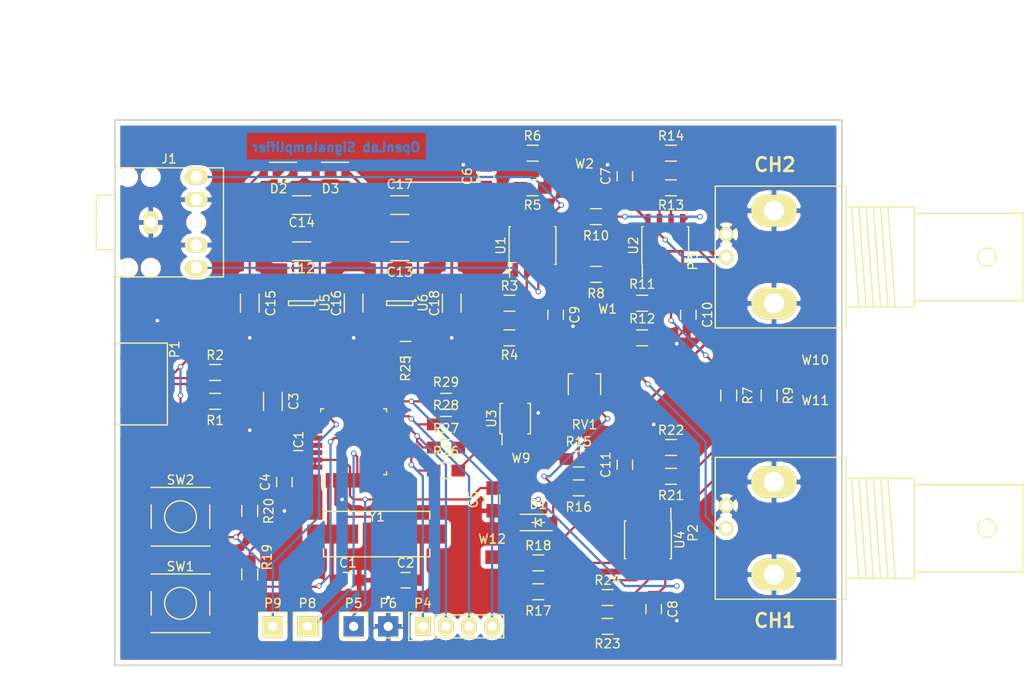
<source format=kicad_pcb>
(kicad_pcb (version 4) (host pcbnew 4.0.2-stable)
  (layers (0 F.Cu signal) (1 In1.Cu signal) (2 In2.Cu signal) (31 B.Cu signal) (34 B.Paste user) (35 F.Paste user) (36 B.SilkS user) (37 F.SilkS user) (38 B.Mask user) (39 F.Mask user) (44 Edge.Cuts user))
  (net 0 "")
  (net 1 GND)
  (net 2 "Net-(C1-Pad2)")
  (net 3 "Net-(C2-Pad2)")
  (net 4 "Net-(C3-Pad2)")
  (net 5 VCC)
  (net 6 V+)
  (net 7 V-)
  (net 8 "Net-(C12-Pad1)")
  (net 9 "Net-(C12-Pad2)")
  (net 10 "Net-(C13-Pad1)")
  (net 11 "Net-(C13-Pad2)")
  (net 12 "Net-(C14-Pad1)")
  (net 13 VSS)
  (net 14 VRef-)
  (net 15 "Net-(IC1-Pad5)")
  (net 16 HWB)
  (net 17 "Net-(IC1-Pad14)")
  (net 18 "Net-(IC1-Pad15)")
  (net 19 "Net-(IC1-Pad16)")
  (net 20 "Net-(IC1-Pad17)")
  (net 21 "Net-(IC1-Pad19)")
  (net 22 RESET)
  (net 23 "Net-(IC1-Pad29)")
  (net 24 "Net-(IC1-Pad30)")
  (net 25 "Net-(J1-Pad3)")
  (net 26 "Net-(J1-Pad2)")
  (net 27 "Net-(P1-Pad2)")
  (net 28 "Net-(P1-Pad3)")
  (net 29 "Net-(P2-Pad1)")
  (net 30 "Net-(P3-Pad1)")
  (net 31 "Net-(R3-Pad1)")
  (net 32 "Net-(R3-Pad2)")
  (net 33 "Net-(R10-Pad2)")
  (net 34 "Net-(R5-Pad2)")
  (net 35 "Net-(R7-Pad1)")
  (net 36 Offset1)
  (net 37 "Net-(R10-Pad1)")
  (net 38 Offset2)
  (net 39 "Net-(R11-Pad2)")
  (net 40 "Net-(R13-Pad2)")
  (net 41 "Net-(R15-Pad1)")
  (net 42 RawOffset1)
  (net 43 "Net-(R17-Pad1)")
  (net 44 RawOffset2)
  (net 45 "Net-(R21-Pad2)")
  (net 46 "Net-(R23-Pad2)")
  (net 47 "Net-(R25-Pad1)")
  (net 48 "Net-(R26-Pad2)")
  (net 49 "Net-(R27-Pad2)")
  (net 50 "Net-(R28-Pad2)")
  (net 51 "Net-(R29-Pad2)")
  (net 52 "Net-(U3-Pad3)")
  (module Capacitors_SMD:C_0805_HandSoldering (layer F.Cu) (at 75.565 100.965 90)
    (fp_text reference C4 (at 0 -2.1 90) (layer F.SilkS))
    (fp_text value 100nF)
    (pad 1 smd rect (at -1.25 0 90) (size 1.5 1.25) (layers F.Cu F.Paste F.Mask) (net 1 GND))
    (pad 2 smd rect (at 1.25 0 90) (size 1.5 1.25) (layers F.Cu F.Paste F.Mask) (net 5 VCC))
  )
  (module Resistors_SMD:R_0805_HandSoldering (layer F.Cu) (at 67.945 88.9 180)
    (fp_text reference R2 (at 0 1.905 180) (layer F.SilkS))
    (fp_text value 22)
    (pad 1 smd rect (at -1.35 0 180) (size 1.5 1.3) (layers F.Cu F.Paste F.Mask) (net 24 "Net-(IC1-Pad30)"))
    (pad 2 smd rect (at 1.35 0 180) (size 1.5 1.3) (layers F.Cu F.Paste F.Mask) (net 27 "Net-(P1-Pad2)"))
  )
  (module Resistors_SMD:R_0805_HandSoldering (layer F.Cu) (at 109.855 78.105 180)
    (fp_text reference R8 (at 0 -2.1 180) (layer F.SilkS))
    (fp_text value 100k)
    (pad 1 smd rect (at -1.35 0 180) (size 1.5 1.3) (layers F.Cu F.Paste F.Mask) (net 35 "Net-(R7-Pad1)"))
    (pad 2 smd rect (at 1.35 0 180) (size 1.5 1.3) (layers F.Cu F.Paste F.Mask) (net 31 "Net-(R3-Pad1)"))
  )
  (module Capacitors_SMD:C_1206_HandSoldering (layer F.Cu) (at 88.265 75.565 180)
    (fp_text reference C13 (at 0 -2.3 180) (layer F.SilkS))
    (fp_text value 1uF)
    (pad 1 smd rect (at -2 0 180) (size 2 1.6) (layers F.Cu F.Paste F.Mask) (net 10 "Net-(C13-Pad1)"))
    (pad 2 smd rect (at 2 0 180) (size 2 1.6) (layers F.Cu F.Paste F.Mask) (net 11 "Net-(C13-Pad2)"))
  )
  (module Capacitors_SMD:C_0805_HandSoldering (layer F.Cu) (at 82.55 111.76 180)
    (fp_text reference C1 (at 0 1.905 180) (layer F.SilkS))
    (fp_text value 22pF)
    (pad 1 smd rect (at -1.25 0 180) (size 1.5 1.25) (layers F.Cu F.Paste F.Mask) (net 1 GND))
    (pad 2 smd rect (at 1.25 0 180) (size 1.5 1.25) (layers F.Cu F.Paste F.Mask) (net 2 "Net-(C1-Pad2)"))
  )
  (module Capacitors_SMD:C_0805_HandSoldering (layer F.Cu) (at 88.9 111.76)
    (fp_text reference C2 (at 0 -1.905) (layer F.SilkS))
    (fp_text value 22pF)
    (pad 1 smd rect (at -1.25 0) (size 1.5 1.25) (layers F.Cu F.Paste F.Mask) (net 1 GND))
    (pad 2 smd rect (at 1.25 0) (size 1.5 1.25) (layers F.Cu F.Paste F.Mask) (net 3 "Net-(C2-Pad2)"))
  )
  (module Capacitors_SMD:C_0805_HandSoldering (layer F.Cu) (at 98.425 102.87 90)
    (fp_text reference C5 (at 0 -2.1 90) (layer F.SilkS))
    (fp_text value 100n)
    (pad 1 smd rect (at -1.25 0 90) (size 1.5 1.25) (layers F.Cu F.Paste F.Mask) (net 1 GND))
    (pad 2 smd rect (at 1.25 0 90) (size 1.5 1.25) (layers F.Cu F.Paste F.Mask) (net 5 VCC))
  )
  (module Capacitors_SMD:C_0805_HandSoldering (layer F.Cu) (at 97.79 67.31 90)
    (fp_text reference C6 (at 0 -2.1 90) (layer F.SilkS))
    (fp_text value 100n)
    (pad 1 smd rect (at -1.25 0 90) (size 1.5 1.25) (layers F.Cu F.Paste F.Mask) (net 6 V+))
    (pad 2 smd rect (at 1.25 0 90) (size 1.5 1.25) (layers F.Cu F.Paste F.Mask) (net 1 GND))
  )
  (module Capacitors_SMD:C_0805_HandSoldering (layer F.Cu) (at 113.03 67.31 90)
    (fp_text reference C7 (at 0 -2.1 90) (layer F.SilkS))
    (fp_text value 100n)
    (pad 1 smd rect (at -1.25 0 90) (size 1.5 1.25) (layers F.Cu F.Paste F.Mask) (net 6 V+))
    (pad 2 smd rect (at 1.25 0 90) (size 1.5 1.25) (layers F.Cu F.Paste F.Mask) (net 1 GND))
  )
  (module Capacitors_SMD:C_0805_HandSoldering (layer F.Cu) (at 116.205 114.935 270)
    (fp_text reference C8 (at 0 -2.1 270) (layer F.SilkS))
    (fp_text value 100n)
    (pad 1 smd rect (at -1.25 0 270) (size 1.5 1.25) (layers F.Cu F.Paste F.Mask) (net 5 VCC))
    (pad 2 smd rect (at 1.25 0 270) (size 1.5 1.25) (layers F.Cu F.Paste F.Mask) (net 1 GND))
  )
  (module Capacitors_SMD:C_0805_HandSoldering (layer F.Cu) (at 105.41 82.55 270)
    (fp_text reference C9 (at 0 -2.1 270) (layer F.SilkS))
    (fp_text value 100n)
    (pad 1 smd rect (at -1.25 0 270) (size 1.5 1.25) (layers F.Cu F.Paste F.Mask) (net 7 V-))
    (pad 2 smd rect (at 1.25 0 270) (size 1.5 1.25) (layers F.Cu F.Paste F.Mask) (net 1 GND))
  )
  (module Capacitors_SMD:C_0805_HandSoldering (layer F.Cu) (at 120.015 82.55 270)
    (fp_text reference C10 (at 0 -2.1 270) (layer F.SilkS))
    (fp_text value 100n)
    (pad 1 smd rect (at -1.25 0 270) (size 1.5 1.25) (layers F.Cu F.Paste F.Mask) (net 7 V-))
    (pad 2 smd rect (at 1.25 0 270) (size 1.5 1.25) (layers F.Cu F.Paste F.Mask) (net 1 GND))
  )
  (module Capacitors_SMD:C_0805_HandSoldering (layer F.Cu) (at 113.03 99.06 90)
    (fp_text reference C11 (at 0 -2.1 90) (layer F.SilkS))
    (fp_text value 100n)
    (pad 1 smd rect (at -1.25 0 90) (size 1.5 1.25) (layers F.Cu F.Paste F.Mask) (net 7 V-))
    (pad 2 smd rect (at 1.25 0 90) (size 1.5 1.25) (layers F.Cu F.Paste F.Mask) (net 1 GND))
  )
  (module Diodes_SMD:SOD-123 (layer F.Cu) (at 103.505 105.41)
    (fp_text reference D1 (at 0 -2) (layer F.SilkS))
    (fp_text value 2.7V)
    (pad 1 smd rect (at -1.635 0) (size 0.91 1.22) (layers F.Cu F.Paste F.Mask) (net 1 GND))
    (pad 2 smd rect (at 1.635 0) (size 0.91 1.22) (layers F.Cu F.Paste F.Mask) (net 14 VRef-))
  )
  (module Housings_QFP:TQFP-32_7x7mm_Pitch0.8mm (layer F.Cu) (at 83.185 96.52 90)
    (fp_text reference IC1 (at 0 -6.05 90) (layer F.SilkS))
    (fp_text value ATMEGA16U2)
    (pad 1 smd rect (at -4.25 -2.8 90) (size 1.6 0.55) (layers F.Cu F.Paste F.Mask) (net 2 "Net-(C1-Pad2)"))
    (pad 2 smd rect (at -4.25 -2 90) (size 1.6 0.55) (layers F.Cu F.Paste F.Mask) (net 3 "Net-(C2-Pad2)"))
    (pad 3 smd rect (at -4.25 -1.2 90) (size 1.6 0.55) (layers F.Cu F.Paste F.Mask) (net 1 GND))
    (pad 4 smd rect (at -4.25 -0.4 90) (size 1.6 0.55) (layers F.Cu F.Paste F.Mask) (net 5 VCC))
    (pad 5 smd rect (at -4.25 0.4 90) (size 1.6 0.55) (layers F.Cu F.Paste F.Mask) (net 15 "Net-(IC1-Pad5)"))
    (pad 6 smd rect (at -4.25 1.2 90) (size 1.6 0.55) (layers F.Cu F.Paste F.Mask))
    (pad 7 smd rect (at -4.25 2 90) (size 1.6 0.55) (layers F.Cu F.Paste F.Mask))
    (pad 8 smd rect (at -4.25 2.8 90) (size 1.6 0.55) (layers F.Cu F.Paste F.Mask))
    (pad 9 smd rect (at -2.8 4.25 180) (size 1.6 0.55) (layers F.Cu F.Paste F.Mask))
    (pad 10 smd rect (at -2 4.25 180) (size 1.6 0.55) (layers F.Cu F.Paste F.Mask))
    (pad 11 smd rect (at -1.2 4.25 180) (size 1.6 0.55) (layers F.Cu F.Paste F.Mask))
    (pad 12 smd rect (at -0.4 4.25 180) (size 1.6 0.55) (layers F.Cu F.Paste F.Mask))
    (pad 13 smd rect (at 0.4 4.25 180) (size 1.6 0.55) (layers F.Cu F.Paste F.Mask) (net 16 HWB))
    (pad 14 smd rect (at 1.2 4.25 180) (size 1.6 0.55) (layers F.Cu F.Paste F.Mask) (net 17 "Net-(IC1-Pad14)"))
    (pad 15 smd rect (at 2 4.25 180) (size 1.6 0.55) (layers F.Cu F.Paste F.Mask) (net 18 "Net-(IC1-Pad15)"))
    (pad 16 smd rect (at 2.8 4.25 180) (size 1.6 0.55) (layers F.Cu F.Paste F.Mask) (net 19 "Net-(IC1-Pad16)"))
    (pad 17 smd rect (at 4.25 2.8 90) (size 1.6 0.55) (layers F.Cu F.Paste F.Mask) (net 20 "Net-(IC1-Pad17)"))
    (pad 18 smd rect (at 4.25 2 90) (size 1.6 0.55) (layers F.Cu F.Paste F.Mask))
    (pad 19 smd rect (at 4.25 1.2 90) (size 1.6 0.55) (layers F.Cu F.Paste F.Mask) (net 21 "Net-(IC1-Pad19)"))
    (pad 20 smd rect (at 4.25 0.4 90) (size 1.6 0.55) (layers F.Cu F.Paste F.Mask))
    (pad 21 smd rect (at 4.25 -0.4 90) (size 1.6 0.55) (layers F.Cu F.Paste F.Mask))
    (pad 22 smd rect (at 4.25 -1.2 90) (size 1.6 0.55) (layers F.Cu F.Paste F.Mask))
    (pad 23 smd rect (at 4.25 -2 90) (size 1.6 0.55) (layers F.Cu F.Paste F.Mask))
    (pad 24 smd rect (at 4.25 -2.8 90) (size 1.6 0.55) (layers F.Cu F.Paste F.Mask) (net 22 RESET))
    (pad 25 smd rect (at 2.8 -4.25 180) (size 1.6 0.55) (layers F.Cu F.Paste F.Mask))
    (pad 26 smd rect (at 2 -4.25 180) (size 1.6 0.55) (layers F.Cu F.Paste F.Mask))
    (pad 27 smd rect (at 1.2 -4.25 180) (size 1.6 0.55) (layers F.Cu F.Paste F.Mask) (net 4 "Net-(C3-Pad2)"))
    (pad 28 smd rect (at 0.4 -4.25 180) (size 1.6 0.55) (layers F.Cu F.Paste F.Mask) (net 1 GND))
    (pad 29 smd rect (at -0.4 -4.25 180) (size 1.6 0.55) (layers F.Cu F.Paste F.Mask) (net 23 "Net-(IC1-Pad29)"))
    (pad 30 smd rect (at -1.2 -4.25 180) (size 1.6 0.55) (layers F.Cu F.Paste F.Mask) (net 24 "Net-(IC1-Pad30)"))
    (pad 31 smd rect (at -2 -4.25 180) (size 1.6 0.55) (layers F.Cu F.Paste F.Mask) (net 5 VCC))
    (pad 32 smd rect (at -2.8 -4.25 180) (size 1.6 0.55) (layers F.Cu F.Paste F.Mask) (net 5 VCC))
  )
  (module Resistors_SMD:R_0805_HandSoldering (layer F.Cu) (at 67.945 92.075 180)
    (fp_text reference R1 (at 0 -2.1 180) (layer F.SilkS))
    (fp_text value 22)
    (pad 1 smd rect (at -1.35 0 180) (size 1.5 1.3) (layers F.Cu F.Paste F.Mask) (net 23 "Net-(IC1-Pad29)"))
    (pad 2 smd rect (at 1.35 0 180) (size 1.5 1.3) (layers F.Cu F.Paste F.Mask) (net 28 "Net-(P1-Pad3)"))
  )
  (module Resistors_SMD:R_0805_HandSoldering (layer F.Cu) (at 100.33 81.28)
    (fp_text reference R3 (at 0 -1.905) (layer F.SilkS))
    (fp_text value 110k)
    (pad 1 smd rect (at -1.35 0) (size 1.5 1.3) (layers F.Cu F.Paste F.Mask) (net 31 "Net-(R3-Pad1)"))
    (pad 2 smd rect (at 1.35 0) (size 1.5 1.3) (layers F.Cu F.Paste F.Mask) (net 32 "Net-(R3-Pad2)"))
  )
  (module Resistors_SMD:R_0805_HandSoldering (layer F.Cu) (at 100.33 85.09)
    (fp_text reference R4 (at 0 1.905) (layer F.SilkS))
    (fp_text value 10k)
    (pad 1 smd rect (at -1.35 0) (size 1.5 1.3) (layers F.Cu F.Paste F.Mask) (net 32 "Net-(R3-Pad2)"))
    (pad 2 smd rect (at 1.35 0) (size 1.5 1.3) (layers F.Cu F.Paste F.Mask) (net 1 GND))
  )
  (module Resistors_SMD:R_0805_HandSoldering (layer F.Cu) (at 102.87 68.58)
    (fp_text reference R5 (at 0 1.905) (layer F.SilkS))
    (fp_text value 110k)
    (pad 1 smd rect (at -1.35 0) (size 1.5 1.3) (layers F.Cu F.Paste F.Mask) (net 33 "Net-(R10-Pad2)"))
    (pad 2 smd rect (at 1.35 0) (size 1.5 1.3) (layers F.Cu F.Paste F.Mask) (net 34 "Net-(R5-Pad2)"))
  )
  (module Resistors_SMD:R_0805_HandSoldering (layer F.Cu) (at 102.87 64.77 180)
    (fp_text reference R6 (at 0 1.905 180) (layer F.SilkS))
    (fp_text value 10k)
    (pad 1 smd rect (at -1.35 0 180) (size 1.5 1.3) (layers F.Cu F.Paste F.Mask) (net 34 "Net-(R5-Pad2)"))
    (pad 2 smd rect (at 1.35 0 180) (size 1.5 1.3) (layers F.Cu F.Paste F.Mask) (net 1 GND))
  )
  (module Resistors_SMD:R_0805_HandSoldering (layer F.Cu) (at 124.46 91.44 270)
    (fp_text reference R7 (at 0 -2.1 270) (layer F.SilkS))
    (fp_text value 100k)
    (pad 1 smd rect (at -1.35 0 270) (size 1.5 1.3) (layers F.Cu F.Paste F.Mask) (net 35 "Net-(R7-Pad1)"))
    (pad 2 smd rect (at 1.35 0 270) (size 1.5 1.3) (layers F.Cu F.Paste F.Mask) (net 36 Offset1))
  )
  (module Resistors_SMD:R_0805_HandSoldering (layer F.Cu) (at 128.905 91.44 270)
    (fp_text reference R9 (at 0 -2.1 270) (layer F.SilkS))
    (fp_text value 100k)
    (pad 1 smd rect (at -1.35 0 270) (size 1.5 1.3) (layers F.Cu F.Paste F.Mask) (net 37 "Net-(R10-Pad1)"))
    (pad 2 smd rect (at 1.35 0 270) (size 1.5 1.3) (layers F.Cu F.Paste F.Mask) (net 38 Offset2))
  )
  (module Resistors_SMD:R_0805_HandSoldering (layer F.Cu) (at 109.855 71.755 180)
    (fp_text reference R10 (at 0 -2.1 180) (layer F.SilkS))
    (fp_text value 100k)
    (pad 1 smd rect (at -1.35 0 180) (size 1.5 1.3) (layers F.Cu F.Paste F.Mask) (net 37 "Net-(R10-Pad1)"))
    (pad 2 smd rect (at 1.35 0 180) (size 1.5 1.3) (layers F.Cu F.Paste F.Mask) (net 33 "Net-(R10-Pad2)"))
  )
  (module Resistors_SMD:R_0805_HandSoldering (layer F.Cu) (at 114.935 81.28)
    (fp_text reference R11 (at 0 -2.1) (layer F.SilkS))
    (fp_text value 10k)
    (pad 1 smd rect (at -1.35 0) (size 1.5 1.3) (layers F.Cu F.Paste F.Mask) (net 29 "Net-(P2-Pad1)"))
    (pad 2 smd rect (at 1.35 0) (size 1.5 1.3) (layers F.Cu F.Paste F.Mask) (net 39 "Net-(R11-Pad2)"))
  )
  (module Resistors_SMD:R_0805_HandSoldering (layer F.Cu) (at 114.935 85.09)
    (fp_text reference R12 (at 0 -2.1) (layer F.SilkS))
    (fp_text value 10k)
    (pad 1 smd rect (at -1.35 0) (size 1.5 1.3) (layers F.Cu F.Paste F.Mask) (net 39 "Net-(R11-Pad2)"))
    (pad 2 smd rect (at 1.35 0) (size 1.5 1.3) (layers F.Cu F.Paste F.Mask) (net 1 GND))
  )
  (module Resistors_SMD:R_0805_HandSoldering (layer F.Cu) (at 118.11 68.58)
    (fp_text reference R13 (at 0 1.905) (layer F.SilkS))
    (fp_text value 10k)
    (pad 1 smd rect (at -1.35 0) (size 1.5 1.3) (layers F.Cu F.Paste F.Mask) (net 30 "Net-(P3-Pad1)"))
    (pad 2 smd rect (at 1.35 0) (size 1.5 1.3) (layers F.Cu F.Paste F.Mask) (net 40 "Net-(R13-Pad2)"))
  )
  (module Resistors_SMD:R_0805_HandSoldering (layer F.Cu) (at 118.11 64.77 180)
    (fp_text reference R14 (at 0 1.905 180) (layer F.SilkS))
    (fp_text value 10k)
    (pad 1 smd rect (at -1.35 0 180) (size 1.5 1.3) (layers F.Cu F.Paste F.Mask) (net 40 "Net-(R13-Pad2)"))
    (pad 2 smd rect (at 1.35 0 180) (size 1.5 1.3) (layers F.Cu F.Paste F.Mask) (net 1 GND))
  )
  (module Resistors_SMD:R_0805_HandSoldering (layer F.Cu) (at 107.95 98.425 180)
    (fp_text reference R15 (at 0 1.905 180) (layer F.SilkS))
    (fp_text value 100k)
    (pad 1 smd rect (at -1.35 0 180) (size 1.5 1.3) (layers F.Cu F.Paste F.Mask) (net 41 "Net-(R15-Pad1)"))
    (pad 2 smd rect (at 1.35 0 180) (size 1.5 1.3) (layers F.Cu F.Paste F.Mask) (net 42 RawOffset1))
  )
  (module Resistors_SMD:R_0805_HandSoldering (layer F.Cu) (at 107.95 101.6 180)
    (fp_text reference R16 (at 0 -2.1 180) (layer F.SilkS))
    (fp_text value 100k)
    (pad 1 smd rect (at -1.35 0 180) (size 1.5 1.3) (layers F.Cu F.Paste F.Mask) (net 41 "Net-(R15-Pad1)"))
    (pad 2 smd rect (at 1.35 0 180) (size 1.5 1.3) (layers F.Cu F.Paste F.Mask) (net 14 VRef-))
  )
  (module Resistors_SMD:R_0805_HandSoldering (layer F.Cu) (at 103.505 113.03 180)
    (fp_text reference R17 (at 0 -2.1 180) (layer F.SilkS))
    (fp_text value 100k)
    (pad 1 smd rect (at -1.35 0 180) (size 1.5 1.3) (layers F.Cu F.Paste F.Mask) (net 43 "Net-(R17-Pad1)"))
    (pad 2 smd rect (at 1.35 0 180) (size 1.5 1.3) (layers F.Cu F.Paste F.Mask) (net 44 RawOffset2))
  )
  (module Resistors_SMD:R_0805_HandSoldering (layer F.Cu) (at 103.505 109.855 180)
    (fp_text reference R18 (at 0 1.905 180) (layer F.SilkS))
    (fp_text value 100k)
    (pad 1 smd rect (at -1.35 0 180) (size 1.5 1.3) (layers F.Cu F.Paste F.Mask) (net 43 "Net-(R17-Pad1)"))
    (pad 2 smd rect (at 1.35 0 180) (size 1.5 1.3) (layers F.Cu F.Paste F.Mask) (net 14 VRef-))
  )
  (module Resistors_SMD:R_0805_HandSoldering (layer F.Cu) (at 71.755 111.125 270)
    (fp_text reference R19 (at -1.905 -1.905 270) (layer F.SilkS))
    (fp_text value 10k)
    (pad 1 smd rect (at -1.35 0 270) (size 1.5 1.3) (layers F.Cu F.Paste F.Mask) (net 5 VCC))
    (pad 2 smd rect (at 1.35 0 270) (size 1.5 1.3) (layers F.Cu F.Paste F.Mask) (net 16 HWB))
  )
  (module Resistors_SMD:R_0805_HandSoldering (layer F.Cu) (at 71.755 104.14 270)
    (fp_text reference R20 (at 0 -2.1 270) (layer F.SilkS))
    (fp_text value 10k)
    (pad 1 smd rect (at -1.35 0 270) (size 1.5 1.3) (layers F.Cu F.Paste F.Mask) (net 5 VCC))
    (pad 2 smd rect (at 1.35 0 270) (size 1.5 1.3) (layers F.Cu F.Paste F.Mask) (net 22 RESET))
  )
  (module Resistors_SMD:R_0805_HandSoldering (layer F.Cu) (at 118.11 100.33 180)
    (fp_text reference R21 (at 0 -2.1 180) (layer F.SilkS))
    (fp_text value 30k)
    (pad 1 smd rect (at -1.35 0 180) (size 1.5 1.3) (layers F.Cu F.Paste F.Mask) (net 36 Offset1))
    (pad 2 smd rect (at 1.35 0 180) (size 1.5 1.3) (layers F.Cu F.Paste F.Mask) (net 45 "Net-(R21-Pad2)"))
  )
  (module Resistors_SMD:R_0805_HandSoldering (layer F.Cu) (at 118.11 97.155 180)
    (fp_text reference R22 (at 0 1.905 180) (layer F.SilkS))
    (fp_text value 10k)
    (pad 1 smd rect (at -1.35 0 180) (size 1.5 1.3) (layers F.Cu F.Paste F.Mask) (net 45 "Net-(R21-Pad2)"))
    (pad 2 smd rect (at 1.35 0 180) (size 1.5 1.3) (layers F.Cu F.Paste F.Mask) (net 1 GND))
  )
  (module Resistors_SMD:R_0805_HandSoldering (layer F.Cu) (at 111.125 113.665 180)
    (fp_text reference R23 (at 0 -5.08 180) (layer F.SilkS))
    (fp_text value 30k)
    (pad 1 smd rect (at -1.35 0 180) (size 1.5 1.3) (layers F.Cu F.Paste F.Mask) (net 38 Offset2))
    (pad 2 smd rect (at 1.35 0 180) (size 1.5 1.3) (layers F.Cu F.Paste F.Mask) (net 46 "Net-(R23-Pad2)"))
  )
  (module Resistors_SMD:R_0805_HandSoldering (layer F.Cu) (at 111.125 116.84)
    (fp_text reference R24 (at 0 -5.08) (layer F.SilkS))
    (fp_text value 10k)
    (pad 1 smd rect (at -1.35 0) (size 1.5 1.3) (layers F.Cu F.Paste F.Mask) (net 46 "Net-(R23-Pad2)"))
    (pad 2 smd rect (at 1.35 0) (size 1.5 1.3) (layers F.Cu F.Paste F.Mask) (net 1 GND))
  )
  (module Resistors_SMD:R_0805_HandSoldering (layer F.Cu) (at 88.9 86.36 180)
    (fp_text reference R25 (at 0 -2.1 270) (layer F.SilkS))
    (fp_text value 510)
    (pad 1 smd rect (at -1.35 0 180) (size 1.5 1.3) (layers F.Cu F.Paste F.Mask) (net 47 "Net-(R25-Pad1)"))
    (pad 2 smd rect (at 1.35 0 180) (size 1.5 1.3) (layers F.Cu F.Paste F.Mask) (net 13 VSS))
  )
  (module Resistors_SMD:R_0805_HandSoldering (layer F.Cu) (at 93.345 99.695)
    (fp_text reference R26 (at 0 -2.1) (layer F.SilkS))
    (fp_text value 100)
    (pad 1 smd rect (at -1.35 0) (size 1.5 1.3) (layers F.Cu F.Paste F.Mask) (net 17 "Net-(IC1-Pad14)"))
    (pad 2 smd rect (at 1.35 0) (size 1.5 1.3) (layers F.Cu F.Paste F.Mask) (net 48 "Net-(R26-Pad2)"))
  )
  (module Resistors_SMD:R_0805_HandSoldering (layer F.Cu) (at 93.345 97.155)
    (fp_text reference R27 (at 0 -2.1) (layer F.SilkS))
    (fp_text value 100)
    (pad 1 smd rect (at -1.35 0) (size 1.5 1.3) (layers F.Cu F.Paste F.Mask) (net 18 "Net-(IC1-Pad15)"))
    (pad 2 smd rect (at 1.35 0) (size 1.5 1.3) (layers F.Cu F.Paste F.Mask) (net 49 "Net-(R27-Pad2)"))
  )
  (module Resistors_SMD:R_0805_HandSoldering (layer F.Cu) (at 93.345 94.615)
    (fp_text reference R28 (at 0 -2.1) (layer F.SilkS))
    (fp_text value 100)
    (pad 1 smd rect (at -1.35 0) (size 1.5 1.3) (layers F.Cu F.Paste F.Mask) (net 19 "Net-(IC1-Pad16)"))
    (pad 2 smd rect (at 1.35 0) (size 1.5 1.3) (layers F.Cu F.Paste F.Mask) (net 50 "Net-(R28-Pad2)"))
  )
  (module Resistors_SMD:R_0805_HandSoldering (layer F.Cu) (at 93.345 92.075)
    (fp_text reference R29 (at 0 -2.1) (layer F.SilkS))
    (fp_text value 100)
    (pad 1 smd rect (at -1.35 0) (size 1.5 1.3) (layers F.Cu F.Paste F.Mask) (net 20 "Net-(IC1-Pad17)"))
    (pad 2 smd rect (at 1.35 0) (size 1.5 1.3) (layers F.Cu F.Paste F.Mask) (net 51 "Net-(R29-Pad2)"))
  )
  (module Buttons_Switches_SMD:SW_SPST_PTS645 (layer F.Cu) (at 64.135 114.3)
    (fp_text reference SW1 (at 0 -4.05) (layer F.SilkS))
    (fp_text value SW_PUSH)
    (pad 2 smd rect (at -3.975 2.25) (size 1.55 1.3) (layers F.Cu F.Paste F.Mask) (net 16 HWB))
    (pad 1 smd rect (at -3.975 -2.25) (size 1.55 1.3) (layers F.Cu F.Paste F.Mask) (net 1 GND))
    (pad 1 smd rect (at 3.975 -2.25) (size 1.55 1.3) (layers F.Cu F.Paste F.Mask) (net 1 GND))
    (pad 2 smd rect (at 3.975 2.25) (size 1.55 1.3) (layers F.Cu F.Paste F.Mask) (net 16 HWB))
  )
  (module Buttons_Switches_SMD:SW_SPST_PTS645 (layer F.Cu) (at 64.135 104.775)
    (fp_text reference SW2 (at 0 -4.05) (layer F.SilkS))
    (fp_text value SW_PUSH)
    (pad 2 smd rect (at -3.975 2.25) (size 1.55 1.3) (layers F.Cu F.Paste F.Mask) (net 22 RESET))
    (pad 1 smd rect (at -3.975 -2.25) (size 1.55 1.3) (layers F.Cu F.Paste F.Mask) (net 1 GND))
    (pad 1 smd rect (at 3.975 -2.25) (size 1.55 1.3) (layers F.Cu F.Paste F.Mask) (net 1 GND))
    (pad 2 smd rect (at 3.975 2.25) (size 1.55 1.3) (layers F.Cu F.Paste F.Mask) (net 22 RESET))
  )
  (module Housings_SOIC:SOIC-8_3.9x4.9mm_Pitch1.27mm (layer F.Cu) (at 102.87 74.93 90)
    (fp_text reference U1 (at 0 -3.5 90) (layer F.SilkS))
    (fp_text value AD8034)
    (pad 1 smd rect (at -2.7 -1.905 90) (size 1.55 0.6) (layers F.Cu F.Paste F.Mask) (net 31 "Net-(R3-Pad1)"))
    (pad 2 smd rect (at -2.7 -0.635 90) (size 1.55 0.6) (layers F.Cu F.Paste F.Mask) (net 32 "Net-(R3-Pad2)"))
    (pad 3 smd rect (at -2.7 0.635 90) (size 1.55 0.6) (layers F.Cu F.Paste F.Mask) (net 26 "Net-(J1-Pad2)"))
    (pad 4 smd rect (at -2.7 1.905 90) (size 1.55 0.6) (layers F.Cu F.Paste F.Mask) (net 7 V-))
    (pad 5 smd rect (at 2.7 1.905 90) (size 1.55 0.6) (layers F.Cu F.Paste F.Mask) (net 25 "Net-(J1-Pad3)"))
    (pad 6 smd rect (at 2.7 0.635 90) (size 1.55 0.6) (layers F.Cu F.Paste F.Mask) (net 34 "Net-(R5-Pad2)"))
    (pad 7 smd rect (at 2.7 -0.635 90) (size 1.55 0.6) (layers F.Cu F.Paste F.Mask) (net 33 "Net-(R10-Pad2)"))
    (pad 8 smd rect (at 2.7 -1.905 90) (size 1.55 0.6) (layers F.Cu F.Paste F.Mask) (net 6 V+))
  )
  (module Housings_SOIC:SOIC-8_3.9x4.9mm_Pitch1.27mm (layer F.Cu) (at 117.475 74.93 90)
    (fp_text reference U2 (at 0 -3.5 90) (layer F.SilkS))
    (fp_text value AD8034)
    (pad 1 smd rect (at -2.7 -1.905 90) (size 1.55 0.6) (layers F.Cu F.Paste F.Mask) (net 29 "Net-(P2-Pad1)"))
    (pad 2 smd rect (at -2.7 -0.635 90) (size 1.55 0.6) (layers F.Cu F.Paste F.Mask) (net 39 "Net-(R11-Pad2)"))
    (pad 3 smd rect (at -2.7 0.635 90) (size 1.55 0.6) (layers F.Cu F.Paste F.Mask) (net 35 "Net-(R7-Pad1)"))
    (pad 4 smd rect (at -2.7 1.905 90) (size 1.55 0.6) (layers F.Cu F.Paste F.Mask) (net 7 V-))
    (pad 5 smd rect (at 2.7 1.905 90) (size 1.55 0.6) (layers F.Cu F.Paste F.Mask) (net 37 "Net-(R10-Pad1)"))
    (pad 6 smd rect (at 2.7 0.635 90) (size 1.55 0.6) (layers F.Cu F.Paste F.Mask) (net 40 "Net-(R13-Pad2)"))
    (pad 7 smd rect (at 2.7 -0.635 90) (size 1.55 0.6) (layers F.Cu F.Paste F.Mask) (net 30 "Net-(P3-Pad1)"))
    (pad 8 smd rect (at 2.7 -1.905 90) (size 1.55 0.6) (layers F.Cu F.Paste F.Mask) (net 6 V+))
  )
  (module Housings_SSOP:MSOP-10_3x3mm_Pitch0.5mm (layer F.Cu) (at 100.965 93.98 90)
    (fp_text reference U3 (at 0 -2.6 90) (layer F.SilkS))
    (fp_text value MCP48FEB02)
    (pad 1 smd rect (at -2.2 -1 90) (size 1.4 0.3) (layers F.Cu F.Paste F.Mask) (net 5 VCC))
    (pad 2 smd rect (at -2.2 -0.5 90) (size 1.4 0.3) (layers F.Cu F.Paste F.Mask) (net 48 "Net-(R26-Pad2)"))
    (pad 3 smd rect (at -2.2 0 90) (size 1.4 0.3) (layers F.Cu F.Paste F.Mask) (net 52 "Net-(U3-Pad3)"))
    (pad 4 smd rect (at -2.2 0.5 90) (size 1.4 0.3) (layers F.Cu F.Paste F.Mask) (net 42 RawOffset1))
    (pad 5 smd rect (at -2.2 1 90) (size 1.4 0.3) (layers F.Cu F.Paste F.Mask) (net 44 RawOffset2))
    (pad 6 smd rect (at 2.2 1 90) (size 1.4 0.3) (layers F.Cu F.Paste F.Mask) (net 21 "Net-(IC1-Pad19)"))
    (pad 7 smd rect (at 2.2 0.5 90) (size 1.4 0.3) (layers F.Cu F.Paste F.Mask) (net 1 GND))
    (pad 8 smd rect (at 2.2 0 90) (size 1.4 0.3) (layers F.Cu F.Paste F.Mask) (net 51 "Net-(R29-Pad2)"))
    (pad 9 smd rect (at 2.2 -0.5 90) (size 1.4 0.3) (layers F.Cu F.Paste F.Mask) (net 49 "Net-(R27-Pad2)"))
    (pad 10 smd rect (at 2.2 -1 90) (size 1.4 0.3) (layers F.Cu F.Paste F.Mask) (net 50 "Net-(R28-Pad2)"))
  )
  (module Housings_SOIC:SOIC-8_3.9x4.9mm_Pitch1.27mm (layer F.Cu) (at 115.57 107.315 270)
    (fp_text reference U4 (at 0 -3.5 270) (layer F.SilkS))
    (fp_text value MC33202)
    (pad 1 smd rect (at -2.7 -1.905 270) (size 1.55 0.6) (layers F.Cu F.Paste F.Mask) (net 36 Offset1))
    (pad 2 smd rect (at -2.7 -0.635 270) (size 1.55 0.6) (layers F.Cu F.Paste F.Mask) (net 45 "Net-(R21-Pad2)"))
    (pad 3 smd rect (at -2.7 0.635 270) (size 1.55 0.6) (layers F.Cu F.Paste F.Mask) (net 41 "Net-(R15-Pad1)"))
    (pad 4 smd rect (at -2.7 1.905 270) (size 1.55 0.6) (layers F.Cu F.Paste F.Mask) (net 7 V-))
    (pad 5 smd rect (at 2.7 1.905 270) (size 1.55 0.6) (layers F.Cu F.Paste F.Mask) (net 43 "Net-(R17-Pad1)"))
    (pad 6 smd rect (at 2.7 0.635 270) (size 1.55 0.6) (layers F.Cu F.Paste F.Mask) (net 46 "Net-(R23-Pad2)"))
    (pad 7 smd rect (at 2.7 -0.635 270) (size 1.55 0.6) (layers F.Cu F.Paste F.Mask) (net 38 Offset2))
    (pad 8 smd rect (at 2.7 -1.905 270) (size 1.55 0.6) (layers F.Cu F.Paste F.Mask) (net 5 VCC))
  )
  (module TO_SOT_Packages_SMD:SOT-23-5 (layer F.Cu) (at 77.47 81.28 270)
    (fp_text reference U5 (at -0.05 -2.55 270) (layer F.SilkS))
    (fp_text value TPS60400DBVR)
    (pad 1 smd rect (at -1.1 -0.95 270) (size 1.06 0.65) (layers F.Cu F.Paste F.Mask) (net 13 VSS))
    (pad 2 smd rect (at -1.1 0 270) (size 1.06 0.65) (layers F.Cu F.Paste F.Mask) (net 5 VCC))
    (pad 3 smd rect (at -1.1 0.95 270) (size 1.06 0.65) (layers F.Cu F.Paste F.Mask) (net 9 "Net-(C12-Pad2)"))
    (pad 4 smd rect (at 1.1 0.95 270) (size 1.06 0.65) (layers F.Cu F.Paste F.Mask) (net 1 GND))
    (pad 5 smd rect (at 1.1 -0.95 270) (size 1.06 0.65) (layers F.Cu F.Paste F.Mask) (net 8 "Net-(C12-Pad1)"))
  )
  (module TO_SOT_Packages_SMD:SOT-23-5 (layer F.Cu) (at 88.265 81.28 270)
    (fp_text reference U6 (at -0.05 -2.55 270) (layer F.SilkS))
    (fp_text value TPS60400DBVR)
    (pad 1 smd rect (at -1.1 -0.95 270) (size 1.06 0.65) (layers F.Cu F.Paste F.Mask) (net 7 V-))
    (pad 2 smd rect (at -1.1 0 270) (size 1.06 0.65) (layers F.Cu F.Paste F.Mask) (net 1 GND))
    (pad 3 smd rect (at -1.1 0.95 270) (size 1.06 0.65) (layers F.Cu F.Paste F.Mask) (net 11 "Net-(C13-Pad2)"))
    (pad 4 smd rect (at 1.1 0.95 270) (size 1.06 0.65) (layers F.Cu F.Paste F.Mask) (net 13 VSS))
    (pad 5 smd rect (at 1.1 -0.95 270) (size 1.06 0.65) (layers F.Cu F.Paste F.Mask) (net 10 "Net-(C13-Pad1)"))
  )
  (module Crystals:Crystal_HC49-SD_SMD (layer F.Cu) (at 85.725 106.68)
    (fp_text reference Y1 (at 0 -1.905) (layer F.SilkS))
    (fp_text value 16MHz)
    (pad 1 smd rect (at -4.84886 0) (size 5.6007 2.10058) (layers F.Cu F.Paste F.Mask) (net 2 "Net-(C1-Pad2)"))
    (pad 2 smd rect (at 4.84886 0) (size 5.6007 2.10058) (layers F.Cu F.Paste F.Mask) (net 3 "Net-(C2-Pad2)"))
  )
  (module Capacitors_SMD:C_1206_HandSoldering (layer F.Cu) (at 74.295 92.075 270)
    (fp_text reference C3 (at 0 -2.3 270) (layer F.SilkS))
    (fp_text value 1uF)
    (pad 1 smd rect (at -2 0 270) (size 2 1.6) (layers F.Cu F.Paste F.Mask) (net 1 GND))
    (pad 2 smd rect (at 2 0 270) (size 2 1.6) (layers F.Cu F.Paste F.Mask) (net 4 "Net-(C3-Pad2)"))
  )
  (module Capacitors_SMD:C_1206_HandSoldering (layer F.Cu) (at 77.47 75.565 180)
    (fp_text reference C12 (at 0 -1.905 180) (layer F.SilkS))
    (fp_text value 1uF)
    (pad 1 smd rect (at -2 0 180) (size 2 1.6) (layers F.Cu F.Paste F.Mask) (net 8 "Net-(C12-Pad1)"))
    (pad 2 smd rect (at 2 0 180) (size 2 1.6) (layers F.Cu F.Paste F.Mask) (net 9 "Net-(C12-Pad2)"))
  )
  (module Capacitors_SMD:C_1206_HandSoldering (layer F.Cu) (at 77.47 70.485)
    (fp_text reference C14 (at 0 1.905) (layer F.SilkS))
    (fp_text value 1uF)
    (pad 1 smd rect (at -2 0) (size 2 1.6) (layers F.Cu F.Paste F.Mask) (net 12 "Net-(C14-Pad1)"))
    (pad 2 smd rect (at 2 0) (size 2 1.6) (layers F.Cu F.Paste F.Mask) (net 8 "Net-(C12-Pad1)"))
  )
  (module Capacitors_SMD:C_1206_HandSoldering (layer F.Cu) (at 71.755 81.28 270)
    (fp_text reference C15 (at 0 -2.3 270) (layer F.SilkS))
    (fp_text value 1uF)
    (pad 1 smd rect (at -2 0 270) (size 2 1.6) (layers F.Cu F.Paste F.Mask) (net 5 VCC))
    (pad 2 smd rect (at 2 0 270) (size 2 1.6) (layers F.Cu F.Paste F.Mask) (net 1 GND))
  )
  (module Capacitors_SMD:C_1206_HandSoldering (layer F.Cu) (at 83.185 81.28 90)
    (fp_text reference C16 (at 0 -1.905 90) (layer F.SilkS))
    (fp_text value 1uF)
    (pad 1 smd rect (at -2 0 90) (size 2 1.6) (layers F.Cu F.Paste F.Mask) (net 1 GND))
    (pad 2 smd rect (at 2 0 90) (size 2 1.6) (layers F.Cu F.Paste F.Mask) (net 13 VSS))
  )
  (module Capacitors_SMD:C_1206_HandSoldering (layer F.Cu) (at 88.265 70.485)
    (fp_text reference C17 (at 0 -2.3) (layer F.SilkS))
    (fp_text value 1uF)
    (pad 1 smd rect (at -2 0) (size 2 1.6) (layers F.Cu F.Paste F.Mask) (net 6 V+))
    (pad 2 smd rect (at 2 0) (size 2 1.6) (layers F.Cu F.Paste F.Mask) (net 1 GND))
  )
  (module Capacitors_SMD:C_1206_HandSoldering (layer F.Cu) (at 93.98 81.28 90)
    (fp_text reference C18 (at 0 -1.905 90) (layer F.SilkS))
    (fp_text value 1uF)
    (pad 1 smd rect (at -2 0 90) (size 2 1.6) (layers F.Cu F.Paste F.Mask) (net 1 GND))
    (pad 2 smd rect (at 2 0 90) (size 2 1.6) (layers F.Cu F.Paste F.Mask) (net 7 V-))
  )
  (module Pin_Headers:Pin_Header_Straight_1x04 (layer F.Cu) (at 90.805 116.84 90)
    (fp_text reference P4 (at 2.54 0 180) (layer F.SilkS))
    (fp_text value SPI)
    (pad 1 thru_hole rect (at 0 0 90) (size 2.032 1.7272) (drill 1.016) (layers *.Cu *.Mask F.SilkS) (net 17 "Net-(IC1-Pad14)"))
    (pad 2 thru_hole oval (at 0 2.54 90) (size 2.032 1.7272) (drill 1.016) (layers *.Cu *.Mask F.SilkS) (net 18 "Net-(IC1-Pad15)"))
    (pad 3 thru_hole oval (at 0 5.08 90) (size 2.032 1.7272) (drill 1.016) (layers *.Cu *.Mask F.SilkS) (net 19 "Net-(IC1-Pad16)"))
    (pad 4 thru_hole oval (at 0 7.62 90) (size 2.032 1.7272) (drill 1.016) (layers *.Cu *.Mask F.SilkS) (net 20 "Net-(IC1-Pad17)"))
  )
  (module Pin_Headers:Pin_Header_Straight_1x01 (layer F.Cu) (at 74.295 116.84)
    (fp_text reference P9 (at 0 -2.54) (layer F.SilkS))
    (fp_text value dW)
    (pad 1 thru_hole rect (at 0 0) (size 2.2352 2.2352) (drill 1.016) (layers *.Cu *.Mask F.SilkS) (net 22 RESET))
  )
  (module Pin_Headers:Pin_Header_Straight_1x01 (layer F.Cu) (at 78.105 116.84 90)
    (fp_text reference P8 (at 2.54 0 180) (layer F.SilkS))
    (fp_text value PC)
    (pad 1 thru_hole rect (at 0 0 90) (size 2.2352 2.2352) (drill 1.016) (layers *.Cu *.Mask F.SilkS) (net 15 "Net-(IC1-Pad5)"))
  )
  (module Measurement_Points:Measurement_Point_Square-SMD-Pad_Small (layer F.Cu) (at 108.585 81.915)
    (fp_text reference W1 (at 2.54 0) (layer F.SilkS))
    (fp_text value AMP1)
    (pad 1 smd rect (at 0 0) (size 1.5 1.5) (layers F.Cu F.Mask) (net 31 "Net-(R3-Pad1)"))
  )
  (module Measurement_Points:Measurement_Point_Square-SMD-Pad_Small (layer F.Cu) (at 108.585 67.945)
    (fp_text reference W2 (at 0 -2) (layer F.SilkS))
    (fp_text value AMP2)
    (pad 1 smd rect (at 0 0) (size 1.5 1.5) (layers F.Cu F.Mask) (net 33 "Net-(R10-Pad2)"))
  )
  (module Measurement_Points:Measurement_Point_Square-SMD-Pad_Small (layer F.Cu) (at 101.6 100.33)
    (fp_text reference W9 (at 0 -2) (layer F.SilkS))
    (fp_text value DACREF)
    (pad 1 smd rect (at 0 0) (size 1.5 1.5) (layers F.Cu F.Mask) (net 52 "Net-(U3-Pad3)"))
  )
  (module Measurement_Points:Measurement_Point_Square-SMD-Pad_Small (layer F.Cu) (at 133.985 89.535)
    (fp_text reference W10 (at 0 -2) (layer F.SilkS))
    (fp_text value OFF1)
    (pad 1 smd rect (at 0 0) (size 1.5 1.5) (layers F.Cu F.Mask) (net 36 Offset1))
  )
  (module Measurement_Points:Measurement_Point_Square-SMD-Pad_Small (layer F.Cu) (at 133.985 93.98)
    (fp_text reference W11 (at 0 -2) (layer F.SilkS))
    (fp_text value OFF2)
    (pad 1 smd rect (at 0 0) (size 1.5 1.5) (layers F.Cu F.Mask) (net 38 Offset2))
  )
  (module Measurement_Points:Measurement_Point_Square-SMD-Pad_Small (layer F.Cu) (at 98.425 109.22)
    (fp_text reference W12 (at 0 -2) (layer F.SilkS))
    (fp_text value REF)
    (pad 1 smd rect (at 0 0) (size 1.5 1.5) (layers F.Cu F.Mask) (net 14 VRef-))
  )
  (module OpenLab:BNC_Socket_TYCO-AMP_FIX (layer F.Cu) (at 130.175 106.045 270)
    (fp_text reference P2 (at 0.508 9.652 270) (layer F.SilkS))
    (fp_text value CH1)
    (pad 2 thru_hole oval (at -5.09778 0.7366 270) (size 3.50012 5.00126) (drill 2.19964) (layers *.Cu *.Mask F.SilkS) (net 1 GND))
    (pad 2 thru_hole oval (at 5.10032 0.7366 270) (size 3.50012 5.00126) (drill 2.19964) (layers *.Cu *.Mask F.SilkS) (net 1 GND))
    (pad 1 thru_hole circle (at 0 6 270) (size 1.6002 1.6002) (drill 1.00076) (layers *.Cu *.Mask F.SilkS) (net 29 "Net-(P2-Pad1)"))
    (pad 2 thru_hole circle (at -2.5 6 270) (size 1.6002 1.6002) (drill 1.00076) (layers *.Cu *.Mask F.SilkS) (net 1 GND))
  )
  (module OpenLab:BNC_Socket_TYCO-AMP_FIX (layer F.Cu) (at 130.175 76.2 270)
    (fp_text reference P3 (at 0.508 9.652 270) (layer F.SilkS))
    (fp_text value CH2)
    (pad 2 thru_hole oval (at -5.09778 0.7366 270) (size 3.50012 5.00126) (drill 2.19964) (layers *.Cu *.Mask F.SilkS) (net 1 GND))
    (pad 2 thru_hole oval (at 5.10032 0.7366 270) (size 3.50012 5.00126) (drill 2.19964) (layers *.Cu *.Mask F.SilkS) (net 1 GND))
    (pad 1 thru_hole circle (at 0 6 270) (size 1.6002 1.6002) (drill 1.00076) (layers *.Cu *.Mask F.SilkS) (net 30 "Net-(P3-Pad1)"))
    (pad 2 thru_hole circle (at -2.5 6 270) (size 1.6002 1.6002) (drill 1.00076) (layers *.Cu *.Mask F.SilkS) (net 1 GND))
  )
  (module OpenLab:USB_Micro-B_SMD (layer F.Cu) (at 59.69 90.17 270)
    (fp_text reference P1 (at -3.81 -3.81 270) (layer F.SilkS))
    (fp_text value USB_OTG)
    (pad 6 smd rect (at -4.5 0.75) (size 1.9 1.8) (layers F.Cu F.Paste F.Mask) (net 1 GND))
    (pad 6 smd rect (at 4.5 0.75) (size 1.9 1.8) (layers F.Cu F.Paste F.Mask) (net 1 GND))
    (pad 1 smd rect (at -1.3 -2) (size 1.6 0.4) (layers F.Cu F.Paste F.Mask) (net 5 VCC))
    (pad 2 smd rect (at -0.65 -2) (size 1.6 0.4) (layers F.Cu F.Paste F.Mask) (net 27 "Net-(P1-Pad2)"))
    (pad 3 smd rect (at -0.0009 -2) (size 1.6 0.4) (layers F.Cu F.Paste F.Mask) (net 28 "Net-(P1-Pad3)"))
    (pad 4 smd rect (at 0.65 -2) (size 1.6 0.4) (layers F.Cu F.Paste F.Mask))
    (pad 5 smd rect (at 1.3 -2) (size 1.6 0.4) (layers F.Cu F.Paste F.Mask) (net 1 GND))
    (pad 6 smd rect (at -1.25 0.75) (size 1.9 1.8) (layers F.Cu F.Paste F.Mask) (net 1 GND))
    (pad 6 smd rect (at 1.25 0.75) (size 1.9 1.8) (layers F.Cu F.Paste F.Mask) (net 1 GND))
  )
  (module Diodes_SMD:SOD-123 (layer F.Cu) (at 74.93 66.675 180)
    (fp_text reference D2 (at 0 -2 180) (layer F.SilkS))
    (fp_text value D)
    (pad 1 smd rect (at -1.635 0 180) (size 0.91 1.22) (layers F.Cu F.Paste F.Mask) (net 12 "Net-(C14-Pad1)"))
    (pad 2 smd rect (at 1.635 0 180) (size 0.91 1.22) (layers F.Cu F.Paste F.Mask) (net 5 VCC))
  )
  (module Diodes_SMD:SOD-123 (layer F.Cu) (at 80.645 66.675 180)
    (fp_text reference D3 (at 0 -2 180) (layer F.SilkS))
    (fp_text value D)
    (pad 1 smd rect (at -1.635 0 180) (size 0.91 1.22) (layers F.Cu F.Paste F.Mask) (net 6 V+))
    (pad 2 smd rect (at 1.635 0 180) (size 0.91 1.22) (layers F.Cu F.Paste F.Mask) (net 12 "Net-(C14-Pad1)"))
  )
  (module Pin_Headers:Pin_Header_Straight_1x01 (layer F.Cu) (at 83.185 116.84)
    (fp_text reference P5 (at 0 -2.54) (layer F.SilkS))
    (fp_text value VCC)
    (pad 1 thru_hole rect (at 0 0) (size 2.2352 2.2352) (drill 1.016) (layers *.Cu *.Mask) (net 5 VCC))
  )
  (module Pin_Headers:Pin_Header_Straight_1x01 (layer F.Cu) (at 86.995 116.84)
    (fp_text reference P6 (at 0 -2.54) (layer F.SilkS))
    (fp_text value GND)
    (pad 1 thru_hole rect (at 0 0) (size 2.2352 2.2352) (drill 1.016) (layers *.Cu *.Mask) (net 1 GND))
  )
  (module Potentiometers:Potentiometer_Trimmer-EVM3E (layer F.Cu) (at 108.585 90.805)
    (fp_text reference RV1 (at 0 3.835) (layer F.SilkS))
    (fp_text value 1k)
    (pad 1 smd rect (at -1.4 1.625) (size 1.2 1.2) (layers F.Cu F.Paste F.Mask) (net 47 "Net-(R25-Pad1)"))
    (pad 3 smd rect (at 1.4 1.625) (size 1.2 1.2) (layers F.Cu F.Paste F.Mask) (net 14 VRef-))
    (pad 2 smd rect (at 0 -1.625) (size 1.6 1.5) (layers F.Cu F.Paste F.Mask) (net 47 "Net-(R25-Pad1)"))
  )
  (module "OpenLab:TRS 3.5mm 5PIN" (layer F.Cu) (at 62.865 72.39)
    (fp_text reference J1 (at 0 -7) (layer F.SilkS))
    (fp_text value JACK_TRS_6PINS)
    (pad "" thru_hole circle (at 3 0) (size 1.2 1.2) (drill 1.2) (layers *.Cu *.Mask F.SilkS))
    (pad "" thru_hole circle (at -4.5 5) (size 1.2 1.2) (drill 1.2) (layers *.Cu *.Mask F.SilkS))
    (pad "" thru_hole circle (at -4.5 -5) (size 1.2 1.2) (drill 1.2) (layers *.Cu *.Mask F.SilkS))
    (pad "" thru_hole circle (at -2 5) (size 1.2 1.2) (drill 1.2) (layers *.Cu *.Mask F.SilkS))
    (pad 1 thru_hole oval (at -2 0 90) (size 2.5 1.6) (drill 1.25) (layers *.Cu *.Mask F.SilkS) (net 1 GND))
    (pad 2 thru_hole oval (at 3 5) (size 2.5 1.6) (drill 1.25) (layers *.Cu *.Mask F.SilkS) (net 26 "Net-(J1-Pad2)"))
    (pad 3 thru_hole oval (at 3 -5) (size 2.5 1.6) (drill 1.25) (layers *.Cu *.Mask F.SilkS) (net 25 "Net-(J1-Pad3)"))
    (pad 5 thru_hole oval (at 3 -2.5) (size 2.5 1.6) (drill 1.25) (layers *.Cu *.Mask F.SilkS) (net 1 GND))
    (pad 6 thru_hole oval (at 3 2.5) (size 2.5 1.6) (drill 1.25) (layers *.Cu *.Mask F.SilkS) (net 1 GND))
    (pad "" thru_hole circle (at -2 -5) (size 1.2 1.2) (drill 1.2) (layers *.Cu *.Mask F.SilkS))
  )
  (gr_text "OpenLab Signalamplifier" (at 81.28 64.135) (layer B.Cu) (effects (font (size 1 1) (thickness 0.25)) (justify mirror)))
  (gr_text CH2 (at 129.54 66.04) (layer F.SilkS) (effects (font (size 1.5 1.5) (thickness 0.3))))
  (gr_text CH1 (at 129.54 116.205) (layer F.SilkS) (effects (font (size 1.5 1.5) (thickness 0.3))))
  (gr_line (start 56.91 121.12) (end 136.91 121.12) (angle 90) (layer Edge.Cuts) (width 0.2))
  (gr_line (start 56.91 61.12) (end 136.91 61.12) (angle 90) (layer Edge.Cuts) (width 0.2))
  (gr_line (start 56.91 61.12) (end 56.91 121.12) (angle 90) (layer Edge.Cuts) (width 0.2))
  (gr_line (start 136.91 121.12) (end 136.91 61.12) (angle 90) (layer Edge.Cuts) (width 0.2))
  (segment (start 87.65 111.76) (end 87.65 113.01) (width 0.25) (layer F.Cu) (net 1))
  (via (at 86.995 113.665) (size 0.6) (drill 0.4) (layers F.Cu B.Cu) (net 1))
  (segment (start 87.65 113.01) (end 86.995 113.665) (width 0.25) (layer F.Cu) (net 1))
  (segment (start 83.8 111.76) (end 87.65 111.76) (width 0.25) (layer F.Cu) (net 1))
  (segment (start 74.295 90.075) (end 74.295 90.17) (width 0.25) (layer F.Cu) (net 1))
  (segment (start 74.295 90.17) (end 71.755 92.71) (width 0.25) (layer F.Cu) (net 1))
  (segment (start 71.755 92.71) (end 71.755 95.25) (width 0.25) (layer F.Cu) (net 1))
  (segment (start 78.935 96.12) (end 72.625 96.12) (width 0.25) (layer F.Cu) (net 1))
  (via (at 71.755 95.25) (size 0.6) (drill 0.4) (layers F.Cu B.Cu) (net 1))
  (segment (start 72.625 96.12) (end 71.755 95.25) (width 0.25) (layer F.Cu) (net 1))
  (segment (start 75.565 102.215) (end 75.565 104.14) (width 0.25) (layer F.Cu) (net 1))
  (via (at 75.565 104.14) (size 0.6) (drill 0.4) (layers F.Cu B.Cu) (net 1))
  (segment (start 116.76 97.155) (end 116.76 95.17) (width 0.25) (layer F.Cu) (net 1))
  (via (at 116.205 94.615) (size 0.6) (drill 0.4) (layers F.Cu B.Cu) (net 1))
  (segment (start 116.76 95.17) (end 116.205 94.615) (width 0.25) (layer F.Cu) (net 1))
  (segment (start 118.725 85.09) (end 118.725 85.705) (width 0.25) (layer F.Cu) (net 1))
  (via (at 118.745 85.725) (size 0.6) (drill 0.4) (layers F.Cu B.Cu) (net 1))
  (segment (start 118.725 85.705) (end 118.745 85.725) (width 0.25) (layer F.Cu) (net 1))
  (segment (start 113.03 66.06) (end 111.145 66.06) (width 0.25) (layer F.Cu) (net 1))
  (via (at 111.125 66.04) (size 0.6) (drill 0.4) (layers F.Cu B.Cu) (net 1))
  (segment (start 111.145 66.06) (end 111.125 66.04) (width 0.25) (layer F.Cu) (net 1))
  (segment (start 97.79 66.06) (end 95.27 66.06) (width 0.25) (layer F.Cu) (net 1))
  (via (at 95.25 66.04) (size 0.6) (drill 0.4) (layers F.Cu B.Cu) (net 1))
  (segment (start 95.27 66.06) (end 95.25 66.04) (width 0.25) (layer F.Cu) (net 1))
  (segment (start 93.98 83.28) (end 93.98 85.09) (width 0.25) (layer F.Cu) (net 1))
  (via (at 93.98 85.09) (size 0.6) (drill 0.4) (layers F.Cu B.Cu) (net 1))
  (segment (start 71.755 83.28) (end 71.755 85.09) (width 0.25) (layer F.Cu) (net 1))
  (via (at 71.755 85.09) (size 0.6) (drill 0.4) (layers F.Cu B.Cu) (net 1))
  (segment (start 105.41 83.8) (end 107.295 83.8) (width 0.25) (layer F.Cu) (net 1))
  (via (at 107.315 83.82) (size 0.6) (drill 0.4) (layers F.Cu B.Cu) (net 1))
  (segment (start 107.295 83.8) (end 107.315 83.82) (width 0.25) (layer F.Cu) (net 1))
  (segment (start 101.465 91.78) (end 101.465 93.21) (width 0.25) (layer F.Cu) (net 1))
  (via (at 103.505 93.345) (size 0.6) (drill 0.4) (layers F.Cu B.Cu) (net 1))
  (segment (start 101.6 93.345) (end 103.505 93.345) (width 0.25) (layer F.Cu) (net 1))
  (segment (start 101.465 93.21) (end 101.6 93.345) (width 0.25) (layer F.Cu) (net 1))
  (segment (start 83.165 104.12) (end 81.915 102.87) (width 0.25) (layer F.Cu) (net 1))
  (segment (start 98.425 104.12) (end 83.165 104.12) (width 0.25) (layer F.Cu) (net 1))
  (segment (start 81.985 102.8) (end 81.915 102.87) (width 0.25) (layer F.Cu) (net 1))
  (via (at 81.915 102.87) (size 0.6) (drill 0.4) (layers F.Cu B.Cu) (net 1))
  (segment (start 81.985 102.8) (end 81.985 100.77) (width 0.25) (layer F.Cu) (net 1))
  (segment (start 101.87 105.41) (end 99.715 105.41) (width 0.25) (layer F.Cu) (net 1))
  (segment (start 99.715 105.41) (end 98.425 104.12) (width 0.25) (layer F.Cu) (net 1))
  (segment (start 116.205 116.185) (end 118.725 116.185) (width 0.25) (layer F.Cu) (net 1))
  (via (at 118.745 116.205) (size 0.6) (drill 0.4) (layers F.Cu B.Cu) (net 1))
  (segment (start 118.725 116.185) (end 118.745 116.205) (width 0.25) (layer F.Cu) (net 1))
  (segment (start 101.52 64.77) (end 99.08 64.77) (width 0.25) (layer F.Cu) (net 1))
  (segment (start 99.08 64.77) (end 97.79 66.06) (width 0.25) (layer F.Cu) (net 1))
  (segment (start 83.185 83.28) (end 83.185 85.09) (width 0.25) (layer F.Cu) (net 1))
  (via (at 83.185 85.09) (size 0.6) (drill 0.4) (layers F.Cu B.Cu) (net 1))
  (segment (start 83.185 83.28) (end 83.28 83.28) (width 0.25) (layer F.Cu) (net 1))
  (segment (start 71.755 83.28) (end 71.85 83.28) (width 0.25) (layer F.Cu) (net 1))
  (segment (start 58.94 85.67) (end 59.11 85.67) (width 0.25) (layer F.Cu) (net 1))
  (segment (start 59.11 85.67) (end 61.595 83.185) (width 0.25) (layer F.Cu) (net 1))
  (via (at 61.595 83.185) (size 0.6) (drill 0.4) (layers F.Cu B.Cu) (net 1))
  (segment (start 60.16 102.525) (end 60.16 95.89) (width 0.25) (layer F.Cu) (net 1))
  (segment (start 60.16 95.89) (end 58.94 94.67) (width 0.25) (layer F.Cu) (net 1))
  (segment (start 58.94 88.92) (end 58.94 91.42) (width 0.25) (layer F.Cu) (net 1))
  (segment (start 58.94 85.67) (end 58.94 88.92) (width 0.25) (layer F.Cu) (net 1))
  (segment (start 61.69 91.47) (end 58.99 91.47) (width 0.25) (layer F.Cu) (net 1))
  (segment (start 58.99 91.47) (end 58.94 91.42) (width 0.25) (layer F.Cu) (net 1))
  (segment (start 58.94 94.67) (end 58.94 91.42) (width 0.25) (layer F.Cu) (net 1))
  (segment (start 68.11 112.05) (end 68.29 112.05) (width 0.25) (layer F.Cu) (net 1))
  (segment (start 60.16 112.05) (end 68.11 112.05) (width 0.25) (layer F.Cu) (net 1))
  (segment (start 88.265 80.18) (end 88.265 72.485) (width 0.25) (layer F.Cu) (net 1))
  (segment (start 88.265 72.485) (end 90.265 70.485) (width 0.25) (layer F.Cu) (net 1))
  (segment (start 60.16 102.525) (end 68.11 102.525) (width 0.25) (layer F.Cu) (net 1))
  (segment (start 116.76 64.77) (end 114.32 64.77) (width 0.25) (layer F.Cu) (net 1))
  (segment (start 114.32 64.77) (end 113.03 66.06) (width 0.25) (layer F.Cu) (net 1))
  (segment (start 116.285 85.09) (end 118.725 85.09) (width 0.25) (layer F.Cu) (net 1))
  (segment (start 118.725 85.09) (end 120.015 83.8) (width 0.25) (layer F.Cu) (net 1))
  (segment (start 101.68 85.09) (end 104.12 85.09) (width 0.25) (layer F.Cu) (net 1))
  (segment (start 104.12 85.09) (end 105.41 83.8) (width 0.25) (layer F.Cu) (net 1))
  (segment (start 116.76 97.155) (end 113.685 97.155) (width 0.25) (layer F.Cu) (net 1))
  (segment (start 113.685 97.155) (end 113.03 97.81) (width 0.25) (layer F.Cu) (net 1))
  (segment (start 112.475 116.84) (end 115.55 116.84) (width 0.25) (layer F.Cu) (net 1))
  (segment (start 115.55 116.84) (end 116.205 116.185) (width 0.25) (layer F.Cu) (net 1))
  (segment (start 101.85 105.39) (end 101.87 105.41) (width 0.25) (layer F.Cu) (net 1))
  (segment (start 88.03386 111.33614) (end 87.61 111.76) (width 0.25) (layer F.Cu) (net 1))
  (segment (start 80.87614 106.68) (end 80.87614 111.33614) (width 0.25) (layer F.Cu) (net 2))
  (segment (start 80.87614 111.33614) (end 81.3 111.76) (width 0.25) (layer F.Cu) (net 2))
  (segment (start 80.385 100.77) (end 80.385 106.18886) (width 0.25) (layer F.Cu) (net 2))
  (segment (start 80.385 106.18886) (end 80.87614 106.68) (width 0.25) (layer F.Cu) (net 2))
  (segment (start 90.57386 106.68) (end 90.57386 111.33614) (width 0.25) (layer F.Cu) (net 3))
  (segment (start 90.57386 111.33614) (end 90.15 111.76) (width 0.25) (layer F.Cu) (net 3))
  (segment (start 81.185 100.77) (end 81.185 103.41) (width 0.25) (layer F.Cu) (net 3))
  (segment (start 88.66886 104.775) (end 90.57386 106.68) (width 0.25) (layer F.Cu) (net 3))
  (segment (start 82.55 104.775) (end 88.66886 104.775) (width 0.25) (layer F.Cu) (net 3))
  (segment (start 81.185 103.41) (end 82.55 104.775) (width 0.25) (layer F.Cu) (net 3))
  (segment (start 78.935 95.32) (end 75.54 95.32) (width 0.25) (layer F.Cu) (net 4))
  (segment (start 75.54 95.32) (end 74.295 94.075) (width 0.25) (layer F.Cu) (net 4))
  (segment (start 71.755 102.79) (end 71.755 99.715) (width 0.25) (layer F.Cu) (net 5))
  (segment (start 71.755 99.715) (end 71.755 99.695) (width 0.25) (layer F.Cu) (net 5))
  (segment (start 71.755 99.695) (end 71.755 99.715) (width 0.25) (layer F.Cu) (net 5))
  (segment (start 75.565 99.715) (end 71.755 99.715) (width 0.25) (layer F.Cu) (net 5))
  (segment (start 71.755 99.715) (end 71.14 99.715) (width 0.25) (layer F.Cu) (net 5))
  (segment (start 71.14 99.715) (end 69.83 98.405) (width 0.25) (layer F.Cu) (net 5))
  (via (at 64.135 88.265) (size 0.6) (drill 0.4) (layers F.Cu B.Cu) (net 5))
  (segment (start 64.135 91.44) (end 64.135 88.265) (width 0.25) (layer B.Cu) (net 5))
  (via (at 64.135 91.44) (size 0.6) (drill 0.4) (layers F.Cu B.Cu) (net 5))
  (segment (start 64.135 91.44) (end 64.135 92.71) (width 0.25) (layer F.Cu) (net 5))
  (segment (start 64.135 92.71) (end 69.83 98.405) (width 0.25) (layer F.Cu) (net 5))
  (segment (start 78.935 99.32) (end 75.96 99.32) (width 0.25) (layer F.Cu) (net 5))
  (segment (start 75.96 99.32) (end 75.565 99.715) (width 0.25) (layer F.Cu) (net 5))
  (segment (start 83.185 116.84) (end 83.185 115.57) (width 0.25) (layer B.Cu) (net 5))
  (via (at 84.455 102.87) (size 0.6) (drill 0.4) (layers F.Cu B.Cu) (net 5))
  (segment (start 84.455 114.3) (end 84.455 102.87) (width 0.25) (layer B.Cu) (net 5))
  (segment (start 83.185 115.57) (end 84.455 114.3) (width 0.25) (layer B.Cu) (net 5))
  (segment (start 71.755 109.775) (end 71.755 108.585) (width 0.25) (layer F.Cu) (net 5))
  (segment (start 73.66 104.695) (end 71.755 102.79) (width 0.25) (layer F.Cu) (net 5))
  (segment (start 73.66 106.68) (end 73.66 104.695) (width 0.25) (layer F.Cu) (net 5))
  (segment (start 71.755 108.585) (end 73.66 106.68) (width 0.25) (layer F.Cu) (net 5))
  (segment (start 98.425 101.62) (end 99.08 101.62) (width 0.25) (layer F.Cu) (net 5))
  (segment (start 118.725 112.415) (end 117.475 112.415) (width 0.25) (layer F.Cu) (net 5))
  (segment (start 118.745 112.395) (end 118.725 112.415) (width 0.25) (layer F.Cu) (net 5))
  (via (at 118.745 112.395) (size 0.6) (drill 0.4) (layers F.Cu B.Cu) (net 5))
  (segment (start 113.03 112.395) (end 118.745 112.395) (width 0.25) (layer B.Cu) (net 5))
  (segment (start 103.505 102.87) (end 113.03 112.395) (width 0.25) (layer B.Cu) (net 5))
  (via (at 103.505 102.87) (size 0.6) (drill 0.4) (layers F.Cu B.Cu) (net 5))
  (segment (start 100.33 102.87) (end 103.505 102.87) (width 0.25) (layer F.Cu) (net 5))
  (segment (start 99.08 101.62) (end 100.33 102.87) (width 0.25) (layer F.Cu) (net 5))
  (segment (start 99.965 96.18) (end 99.965 100.08) (width 0.25) (layer F.Cu) (net 5))
  (segment (start 99.965 100.08) (end 98.425 101.62) (width 0.25) (layer F.Cu) (net 5))
  (segment (start 82.785 100.77) (end 82.785 102.47) (width 0.25) (layer F.Cu) (net 5))
  (segment (start 97.135 101.62) (end 98.425 101.62) (width 0.25) (layer F.Cu) (net 5))
  (segment (start 95.885 102.87) (end 97.135 101.62) (width 0.25) (layer F.Cu) (net 5))
  (segment (start 83.185 102.87) (end 84.455 102.87) (width 0.25) (layer F.Cu) (net 5))
  (segment (start 84.455 102.87) (end 95.885 102.87) (width 0.25) (layer F.Cu) (net 5))
  (segment (start 82.785 102.47) (end 83.185 102.87) (width 0.25) (layer F.Cu) (net 5))
  (segment (start 77.47 80.18) (end 77.47 80.645) (width 0.25) (layer F.Cu) (net 5))
  (segment (start 77.47 80.645) (end 76.835 81.28) (width 0.25) (layer F.Cu) (net 5))
  (segment (start 76.835 81.28) (end 73.755 81.28) (width 0.25) (layer F.Cu) (net 5))
  (segment (start 73.755 81.28) (end 71.755 79.28) (width 0.25) (layer F.Cu) (net 5))
  (segment (start 61.69 88.87) (end 63.53 88.87) (width 0.25) (layer F.Cu) (net 5))
  (segment (start 63.53 88.87) (end 64.135 88.265) (width 0.25) (layer F.Cu) (net 5))
  (segment (start 68.58 82.455) (end 71.755 79.28) (width 0.25) (layer F.Cu) (net 5))
  (segment (start 64.135 88.265) (end 68.58 83.82) (width 0.25) (layer F.Cu) (net 5))
  (segment (start 68.58 83.82) (end 68.58 82.455) (width 0.25) (layer F.Cu) (net 5))
  (segment (start 71.755 79.28) (end 71.755 68.215) (width 0.25) (layer F.Cu) (net 5))
  (segment (start 71.755 68.215) (end 73.295 66.675) (width 0.25) (layer F.Cu) (net 5))
  (segment (start 78.935 98.52) (end 82.01 98.52) (width 0.25) (layer F.Cu) (net 5))
  (segment (start 82.785 99.295) (end 82.785 100.77) (width 0.25) (layer F.Cu) (net 5))
  (segment (start 82.01 98.52) (end 82.785 99.295) (width 0.25) (layer F.Cu) (net 5))
  (segment (start 78.935 99.32) (end 78.935 98.52) (width 0.25) (layer F.Cu) (net 5))
  (segment (start 117.475 110.015) (end 117.475 112.415) (width 0.25) (layer F.Cu) (net 5))
  (segment (start 117.475 112.415) (end 116.205 113.685) (width 0.25) (layer F.Cu) (net 5))
  (segment (start 100.965 72.23) (end 100.965 73.66) (width 0.3) (layer F.Cu) (net 6))
  (segment (start 115.57 74.295) (end 115.57 72.23) (width 0.3) (layer F.Cu) (net 6))
  (segment (start 101.6 74.295) (end 115.57 74.295) (width 0.3) (layer F.Cu) (net 6))
  (segment (start 100.965 73.66) (end 101.6 74.295) (width 0.3) (layer F.Cu) (net 6))
  (segment (start 86.265 70.485) (end 86.265 69.945) (width 0.3) (layer F.Cu) (net 6))
  (segment (start 86.265 69.945) (end 87.65 68.56) (width 0.3) (layer F.Cu) (net 6))
  (segment (start 87.65 68.56) (end 97.79 68.56) (width 0.3) (layer F.Cu) (net 6))
  (segment (start 100.965 72.23) (end 100.965 71.735) (width 0.3) (layer F.Cu) (net 6))
  (segment (start 100.965 71.735) (end 97.79 68.56) (width 0.3) (layer F.Cu) (net 6))
  (segment (start 82.28 66.675) (end 82.455 66.675) (width 0.3) (layer F.Cu) (net 6))
  (segment (start 82.455 66.675) (end 86.265 70.485) (width 0.3) (layer F.Cu) (net 6))
  (segment (start 113.03 68.56) (end 113.03 69.69) (width 0.3) (layer F.Cu) (net 6))
  (segment (start 113.03 69.69) (end 115.57 72.23) (width 0.3) (layer F.Cu) (net 6))
  (segment (start 104.775 75.565) (end 100.965 75.565) (width 0.3) (layer F.Cu) (net 7))
  (segment (start 93.98 76.2) (end 94.615 75.565) (width 0.3) (layer F.Cu) (net 7))
  (segment (start 93.98 76.2) (end 93.98 79.28) (width 0.3) (layer F.Cu) (net 7))
  (segment (start 95.25 74.93) (end 94.615 75.565) (width 0.3) (layer F.Cu) (net 7))
  (segment (start 100.33 74.93) (end 95.25 74.93) (width 0.3) (layer F.Cu) (net 7))
  (segment (start 100.965 75.565) (end 100.33 74.93) (width 0.3) (layer F.Cu) (net 7))
  (segment (start 113.03 100.31) (end 113.01 100.31) (width 0.3) (layer F.Cu) (net 7))
  (segment (start 113.01 100.31) (end 111.125 98.425) (width 0.3) (layer F.Cu) (net 7))
  (segment (start 121.92 83.205) (end 120.015 81.3) (width 0.3) (layer F.Cu) (net 7))
  (segment (start 121.92 85.725) (end 121.92 83.205) (width 0.3) (layer F.Cu) (net 7))
  (segment (start 111.125 96.52) (end 121.92 85.725) (width 0.3) (layer F.Cu) (net 7))
  (segment (start 111.125 98.425) (end 111.125 96.52) (width 0.3) (layer F.Cu) (net 7))
  (segment (start 93.98 78.74) (end 93.98 79.28) (width 0.3) (layer F.Cu) (net 7))
  (segment (start 119.38 77.63) (end 119.38 75.565) (width 0.3) (layer F.Cu) (net 7))
  (segment (start 119.38 75.565) (end 104.775 75.565) (width 0.3) (layer F.Cu) (net 7))
  (segment (start 104.775 75.565) (end 104.775 77.63) (width 0.3) (layer F.Cu) (net 7))
  (segment (start 89.215 80.18) (end 89.215 80.965) (width 0.3) (layer F.Cu) (net 7))
  (segment (start 89.215 80.965) (end 88.9 81.28) (width 0.3) (layer F.Cu) (net 7))
  (segment (start 88.9 81.28) (end 88.265 81.28) (width 0.3) (layer F.Cu) (net 7))
  (segment (start 88.265 81.28) (end 88.265 83.82) (width 0.3) (layer F.Cu) (net 7))
  (segment (start 88.265 83.82) (end 90.17 83.82) (width 0.3) (layer F.Cu) (net 7))
  (segment (start 90.17 83.82) (end 91.44 82.55) (width 0.3) (layer F.Cu) (net 7))
  (segment (start 91.44 82.55) (end 91.44 80.01) (width 0.3) (layer F.Cu) (net 7))
  (segment (start 91.44 80.01) (end 92.17 79.28) (width 0.3) (layer F.Cu) (net 7))
  (segment (start 92.17 79.28) (end 93.98 79.28) (width 0.3) (layer F.Cu) (net 7))
  (segment (start 120.015 81.3) (end 120.015 78.265) (width 0.3) (layer F.Cu) (net 7))
  (segment (start 120.015 78.265) (end 119.38 77.63) (width 0.3) (layer F.Cu) (net 7))
  (segment (start 105.41 81.3) (end 105.41 78.265) (width 0.3) (layer F.Cu) (net 7))
  (segment (start 105.41 78.265) (end 104.775 77.63) (width 0.3) (layer F.Cu) (net 7))
  (segment (start 113.665 104.615) (end 113.665 100.945) (width 0.3) (layer F.Cu) (net 7))
  (segment (start 113.665 100.945) (end 113.03 100.31) (width 0.3) (layer F.Cu) (net 7))
  (segment (start 79.47 70.485) (end 79.47 75.565) (width 0.25) (layer F.Cu) (net 8))
  (segment (start 78.42 82.38) (end 78.91 82.38) (width 0.25) (layer F.Cu) (net 8))
  (segment (start 79.47 81.82) (end 79.47 75.565) (width 0.25) (layer F.Cu) (net 8))
  (segment (start 78.91 82.38) (end 79.47 81.82) (width 0.25) (layer F.Cu) (net 8))
  (segment (start 76.52 80.18) (end 76.52 76.615) (width 0.25) (layer F.Cu) (net 9))
  (segment (start 76.52 76.615) (end 75.47 75.565) (width 0.25) (layer F.Cu) (net 9))
  (segment (start 90.265 75.565) (end 90.265 81.33) (width 0.25) (layer F.Cu) (net 10))
  (segment (start 90.265 81.33) (end 89.215 82.38) (width 0.25) (layer F.Cu) (net 10))
  (segment (start 86.265 75.565) (end 86.265 79.13) (width 0.25) (layer F.Cu) (net 11))
  (segment (start 86.265 79.13) (end 87.315 80.18) (width 0.25) (layer F.Cu) (net 11))
  (segment (start 76.565 66.675) (end 79.01 66.675) (width 0.25) (layer F.Cu) (net 12))
  (segment (start 75.47 70.485) (end 75.47 67.77) (width 0.25) (layer F.Cu) (net 12))
  (segment (start 75.47 67.77) (end 76.565 66.675) (width 0.25) (layer F.Cu) (net 12))
  (segment (start 87.315 82.38) (end 87.315 86.125) (width 0.25) (layer F.Cu) (net 13))
  (segment (start 87.315 86.125) (end 87.55 86.36) (width 0.25) (layer F.Cu) (net 13))
  (segment (start 83.185 79.28) (end 84.215 79.28) (width 0.25) (layer F.Cu) (net 13))
  (segment (start 84.215 79.28) (end 87.315 82.38) (width 0.25) (layer F.Cu) (net 13))
  (segment (start 78.42 80.18) (end 78.42 80.965) (width 0.25) (layer F.Cu) (net 13))
  (segment (start 82.01 79.28) (end 83.185 79.28) (width 0.25) (layer F.Cu) (net 13))
  (segment (start 80.645 80.645) (end 82.01 79.28) (width 0.25) (layer F.Cu) (net 13))
  (segment (start 80.645 82.55) (end 80.645 80.645) (width 0.25) (layer F.Cu) (net 13))
  (segment (start 79.375 83.82) (end 80.645 82.55) (width 0.25) (layer F.Cu) (net 13))
  (segment (start 77.47 83.82) (end 79.375 83.82) (width 0.25) (layer F.Cu) (net 13))
  (segment (start 77.47 81.915) (end 77.47 83.82) (width 0.25) (layer F.Cu) (net 13))
  (segment (start 78.105 81.28) (end 77.47 81.915) (width 0.25) (layer F.Cu) (net 13))
  (segment (start 78.42 80.965) (end 78.105 81.28) (width 0.25) (layer F.Cu) (net 13))
  (segment (start 109.985 92.43) (end 109.985 92.84) (width 0.25) (layer F.Cu) (net 14))
  (segment (start 109.985 92.84) (end 111.125 93.98) (width 0.25) (layer F.Cu) (net 14))
  (via (at 111.125 93.98) (size 0.6) (drill 0.4) (layers F.Cu B.Cu) (net 14))
  (segment (start 111.125 93.98) (end 104.775 100.33) (width 0.25) (layer B.Cu) (net 14))
  (segment (start 104.775 100.33) (end 104.14 100.33) (width 0.25) (layer B.Cu) (net 14))
  (via (at 104.14 100.33) (size 0.6) (drill 0.4) (layers F.Cu B.Cu) (net 14))
  (segment (start 104.14 100.33) (end 105.41 101.6) (width 0.25) (layer F.Cu) (net 14))
  (segment (start 105.41 101.6) (end 106.6 101.6) (width 0.25) (layer F.Cu) (net 14))
  (segment (start 106.6 101.6) (end 106.045 101.6) (width 0.25) (layer F.Cu) (net 14))
  (segment (start 102.155 109.855) (end 102.155 108.395) (width 0.25) (layer F.Cu) (net 14))
  (segment (start 102.155 108.395) (end 105.14 105.41) (width 0.25) (layer F.Cu) (net 14))
  (segment (start 105.14 105.41) (end 105.14 103.06) (width 0.25) (layer F.Cu) (net 14))
  (segment (start 105.14 103.06) (end 106.6 101.6) (width 0.25) (layer F.Cu) (net 14))
  (segment (start 102.155 109.855) (end 99.06 109.855) (width 0.25) (layer F.Cu) (net 14))
  (segment (start 99.06 109.855) (end 98.425 109.22) (width 0.25) (layer F.Cu) (net 14))
  (segment (start 78.105 116.84) (end 78.74 116.84) (width 0.25) (layer B.Cu) (net 15))
  (segment (start 78.74 116.84) (end 83.185 112.395) (width 0.25) (layer B.Cu) (net 15))
  (segment (start 83.185 112.395) (end 83.185 97.79) (width 0.25) (layer B.Cu) (net 15))
  (via (at 83.185 97.79) (size 0.6) (drill 0.4) (layers F.Cu B.Cu) (net 15))
  (segment (start 83.185 97.79) (end 83.585 98.19) (width 0.25) (layer F.Cu) (net 15))
  (segment (start 83.585 98.19) (end 83.585 100.77) (width 0.25) (layer F.Cu) (net 15))
  (segment (start 75.485 112.475) (end 79.295 112.475) (width 0.25) (layer F.Cu) (net 16))
  (segment (start 72.945 112.475) (end 75.485 112.475) (width 0.25) (layer F.Cu) (net 16))
  (segment (start 71.755 112.475) (end 72.945 112.475) (width 0.25) (layer F.Cu) (net 16))
  (segment (start 81.045 96.12) (end 87.435 96.12) (width 0.25) (layer F.Cu) (net 16))
  (segment (start 80.645 96.52) (end 81.045 96.12) (width 0.25) (layer F.Cu) (net 16))
  (via (at 80.645 96.52) (size 0.6) (drill 0.4) (layers F.Cu B.Cu) (net 16))
  (segment (start 80.645 111.125) (end 80.645 96.52) (width 0.25) (layer B.Cu) (net 16))
  (segment (start 79.375 112.395) (end 80.645 111.125) (width 0.25) (layer B.Cu) (net 16))
  (via (at 79.375 112.395) (size 0.6) (drill 0.4) (layers F.Cu B.Cu) (net 16))
  (segment (start 79.295 112.475) (end 79.375 112.395) (width 0.25) (layer F.Cu) (net 16))
  (segment (start 71.755 112.475) (end 71.755 112.395) (width 0.25) (layer F.Cu) (net 16))
  (segment (start 68.11 116.55) (end 68.11 116.12) (width 0.25) (layer F.Cu) (net 16))
  (segment (start 68.11 116.12) (end 71.755 112.475) (width 0.25) (layer F.Cu) (net 16))
  (segment (start 60.16 116.55) (end 68.11 116.55) (width 0.25) (layer F.Cu) (net 16))
  (via (at 89.535 99.06) (size 0.6) (drill 0.4) (layers F.Cu B.Cu) (net 17))
  (segment (start 90.805 116.84) (end 90.805 100.33) (width 0.25) (layer B.Cu) (net 17))
  (segment (start 90.805 100.33) (end 89.535 99.06) (width 0.25) (layer B.Cu) (net 17))
  (segment (start 87.435 95.32) (end 88.335 95.32) (width 0.25) (layer F.Cu) (net 17))
  (segment (start 90.17 99.695) (end 91.995 99.695) (width 0.25) (layer F.Cu) (net 17))
  (segment (start 89.535 99.06) (end 90.17 99.695) (width 0.25) (layer F.Cu) (net 17))
  (segment (start 89.535 96.52) (end 89.535 99.06) (width 0.25) (layer F.Cu) (net 17))
  (segment (start 88.335 95.32) (end 89.535 96.52) (width 0.25) (layer F.Cu) (net 17))
  (via (at 90.17 95.885) (size 0.6) (drill 0.4) (layers F.Cu B.Cu) (net 18))
  (segment (start 93.345 116.84) (end 93.345 99.06) (width 0.25) (layer B.Cu) (net 18))
  (segment (start 93.345 99.06) (end 90.17 95.885) (width 0.25) (layer B.Cu) (net 18))
  (segment (start 87.435 94.52) (end 88.805 94.52) (width 0.25) (layer F.Cu) (net 18))
  (segment (start 90.805 97.155) (end 91.995 97.155) (width 0.25) (layer F.Cu) (net 18))
  (segment (start 90.17 96.52) (end 90.805 97.155) (width 0.25) (layer F.Cu) (net 18))
  (segment (start 90.17 95.885) (end 90.17 96.52) (width 0.25) (layer F.Cu) (net 18))
  (segment (start 88.805 94.52) (end 90.17 95.885) (width 0.25) (layer F.Cu) (net 18))
  (via (at 89.535 93.98) (size 0.6) (drill 0.4) (layers F.Cu B.Cu) (net 19))
  (segment (start 95.885 116.84) (end 95.885 100.33) (width 0.25) (layer B.Cu) (net 19))
  (segment (start 95.885 100.33) (end 89.535 93.98) (width 0.25) (layer B.Cu) (net 19))
  (segment (start 87.435 93.72) (end 89.275 93.72) (width 0.25) (layer F.Cu) (net 19))
  (segment (start 90.17 94.615) (end 91.995 94.615) (width 0.25) (layer F.Cu) (net 19))
  (segment (start 89.275 93.72) (end 89.535 93.98) (width 0.25) (layer F.Cu) (net 19))
  (segment (start 89.535 93.98) (end 90.17 94.615) (width 0.25) (layer F.Cu) (net 19))
  (via (at 89.535 92.075) (size 0.6) (drill 0.4) (layers F.Cu B.Cu) (net 20))
  (segment (start 98.425 116.84) (end 98.425 100.965) (width 0.25) (layer B.Cu) (net 20))
  (segment (start 98.425 100.965) (end 89.535 92.075) (width 0.25) (layer B.Cu) (net 20))
  (segment (start 91.995 92.075) (end 89.535 92.075) (width 0.25) (layer F.Cu) (net 20))
  (segment (start 89.535 92.075) (end 86.18 92.075) (width 0.25) (layer F.Cu) (net 20))
  (segment (start 86.18 92.075) (end 85.985 92.27) (width 0.25) (layer F.Cu) (net 20))
  (segment (start 101.965 91.78) (end 101.965 89.9) (width 0.25) (layer F.Cu) (net 21))
  (segment (start 84.385 89.605) (end 84.385 92.27) (width 0.25) (layer F.Cu) (net 21))
  (segment (start 85.09 88.9) (end 84.385 89.605) (width 0.25) (layer F.Cu) (net 21))
  (segment (start 100.965 88.9) (end 85.09 88.9) (width 0.25) (layer F.Cu) (net 21))
  (segment (start 101.965 89.9) (end 100.965 88.9) (width 0.25) (layer F.Cu) (net 21))
  (segment (start 74.295 109.855) (end 73.05 109.855) (width 0.25) (layer B.Cu) (net 22))
  (segment (start 73.05 109.855) (end 71.12 107.925) (width 0.25) (layer B.Cu) (net 22))
  (via (at 70.22 107.025) (size 0.6) (drill 0.4) (layers F.Cu B.Cu) (net 22))
  (segment (start 71.12 107.925) (end 70.22 107.025) (width 0.25) (layer B.Cu) (net 22))
  (segment (start 71.12 107.925) (end 71.12 107.95) (width 0.25) (layer B.Cu) (net 22))
  (segment (start 68.11 107.025) (end 70.22 107.025) (width 0.25) (layer F.Cu) (net 22))
  (segment (start 70.22 107.025) (end 71.755 105.49) (width 0.25) (layer F.Cu) (net 22))
  (segment (start 80.385 92.27) (end 80.385 93.72) (width 0.25) (layer F.Cu) (net 22))
  (segment (start 80.385 93.72) (end 81.28 94.615) (width 0.25) (layer F.Cu) (net 22))
  (via (at 81.28 94.615) (size 0.6) (drill 0.4) (layers F.Cu B.Cu) (net 22))
  (segment (start 81.28 94.615) (end 79.375 96.52) (width 0.25) (layer B.Cu) (net 22))
  (segment (start 79.375 96.52) (end 79.375 104.775) (width 0.25) (layer B.Cu) (net 22))
  (segment (start 79.375 104.775) (end 74.295 109.855) (width 0.25) (layer B.Cu) (net 22))
  (segment (start 74.295 109.855) (end 74.295 114.3) (width 0.25) (layer B.Cu) (net 22))
  (segment (start 74.295 114.3) (end 74.295 116.84) (width 0.25) (layer B.Cu) (net 22))
  (segment (start 60.16 107.025) (end 68.11 107.025) (width 0.25) (layer F.Cu) (net 22))
  (segment (start 78.935 96.92) (end 71.52 96.92) (width 0.25) (layer F.Cu) (net 23))
  (segment (start 69.295 94.695) (end 69.295 92.075) (width 0.25) (layer F.Cu) (net 23))
  (segment (start 71.52 96.92) (end 69.295 94.695) (width 0.25) (layer F.Cu) (net 23))
  (segment (start 78.935 97.72) (end 71.05 97.72) (width 0.25) (layer F.Cu) (net 24))
  (segment (start 67.945 90.25) (end 69.295 88.9) (width 0.25) (layer F.Cu) (net 24))
  (segment (start 67.945 94.615) (end 67.945 90.25) (width 0.25) (layer F.Cu) (net 24))
  (segment (start 71.05 97.72) (end 67.945 94.615) (width 0.25) (layer F.Cu) (net 24))
  (segment (start 65.865 67.39) (end 102.95 67.39) (width 0.25) (layer B.Cu) (net 25))
  (segment (start 106.045 70.485) (end 104.775 71.755) (width 0.25) (layer F.Cu) (net 25))
  (via (at 106.045 70.485) (size 0.6) (drill 0.4) (layers F.Cu B.Cu) (net 25))
  (segment (start 102.95 67.39) (end 106.045 70.485) (width 0.25) (layer B.Cu) (net 25))
  (segment (start 104.775 71.755) (end 104.775 72.23) (width 0.25) (layer F.Cu) (net 25))
  (segment (start 104.775 72.23) (end 104.935 72.23) (width 0.25) (layer F.Cu) (net 25))
  (segment (start 65.865 77.39) (end 100.885 77.39) (width 0.25) (layer B.Cu) (net 26))
  (segment (start 103.505 80.01) (end 103.505 77.63) (width 0.25) (layer F.Cu) (net 26))
  (via (at 103.505 80.01) (size 0.6) (drill 0.4) (layers F.Cu B.Cu) (net 26))
  (segment (start 100.885 77.39) (end 103.505 80.01) (width 0.25) (layer B.Cu) (net 26))
  (segment (start 61.69 89.52) (end 65.975 89.52) (width 0.25) (layer F.Cu) (net 27))
  (segment (start 65.975 89.52) (end 66.595 88.9) (width 0.25) (layer F.Cu) (net 27))
  (segment (start 61.69 90.1691) (end 64.6891 90.1691) (width 0.25) (layer F.Cu) (net 28))
  (segment (start 64.6891 90.1691) (end 66.595 92.075) (width 0.25) (layer F.Cu) (net 28))
  (segment (start 111.76 86.36) (end 115.57 90.17) (width 0.25) (layer F.Cu) (net 29))
  (segment (start 123.19 106.045) (end 121.92 104.775) (width 0.25) (layer B.Cu) (net 29))
  (segment (start 121.92 104.775) (end 121.92 96.52) (width 0.25) (layer B.Cu) (net 29))
  (segment (start 111.76 86.36) (end 111.76 83.105) (width 0.25) (layer F.Cu) (net 29))
  (segment (start 113.585 81.28) (end 111.76 83.105) (width 0.25) (layer F.Cu) (net 29))
  (segment (start 123.19 106.045) (end 124.175 106.045) (width 0.25) (layer B.Cu) (net 29))
  (segment (start 115.57 90.17) (end 121.92 96.52) (width 0.25) (layer B.Cu) (net 29))
  (via (at 115.57 90.17) (size 0.6) (drill 0.4) (layers F.Cu B.Cu) (net 29))
  (segment (start 113.585 81.28) (end 113.585 79.615) (width 0.25) (layer F.Cu) (net 29))
  (segment (start 113.585 79.615) (end 115.57 77.63) (width 0.25) (layer F.Cu) (net 29))
  (segment (start 116.84 72.23) (end 116.84 73.66) (width 0.25) (layer F.Cu) (net 30))
  (segment (start 119.38 76.2) (end 124.175 76.2) (width 0.25) (layer B.Cu) (net 30))
  (segment (start 117.475 74.295) (end 119.38 76.2) (width 0.25) (layer B.Cu) (net 30))
  (via (at 117.475 74.295) (size 0.6) (drill 0.4) (layers F.Cu B.Cu) (net 30))
  (segment (start 116.84 73.66) (end 117.475 74.295) (width 0.25) (layer F.Cu) (net 30))
  (segment (start 116.84 72.23) (end 116.84 68.66) (width 0.25) (layer F.Cu) (net 30))
  (segment (start 116.84 68.66) (end 116.76 68.58) (width 0.25) (layer F.Cu) (net 30))
  (segment (start 98.98 81.28) (end 98.425 81.28) (width 0.25) (layer F.Cu) (net 31))
  (segment (start 98.425 81.28) (end 96.52 83.185) (width 0.25) (layer F.Cu) (net 31))
  (segment (start 108.585 84.455) (end 108.585 81.915) (width 0.25) (layer F.Cu) (net 31))
  (segment (start 107.315 85.725) (end 108.585 84.455) (width 0.25) (layer F.Cu) (net 31))
  (segment (start 104.775 85.725) (end 107.315 85.725) (width 0.25) (layer F.Cu) (net 31))
  (segment (start 102.87 87.63) (end 104.775 85.725) (width 0.25) (layer F.Cu) (net 31))
  (segment (start 97.155 87.63) (end 102.87 87.63) (width 0.25) (layer F.Cu) (net 31))
  (segment (start 96.52 86.995) (end 97.155 87.63) (width 0.25) (layer F.Cu) (net 31))
  (segment (start 96.52 83.185) (end 96.52 86.995) (width 0.25) (layer F.Cu) (net 31))
  (segment (start 108.505 78.105) (end 108.505 81.835) (width 0.25) (layer F.Cu) (net 31))
  (segment (start 108.505 81.835) (end 108.585 81.915) (width 0.25) (layer F.Cu) (net 31))
  (segment (start 100.965 77.63) (end 100.805 77.63) (width 0.25) (layer F.Cu) (net 31))
  (segment (start 100.805 77.63) (end 98.98 79.455) (width 0.25) (layer F.Cu) (net 31))
  (segment (start 98.98 79.455) (end 98.98 81.28) (width 0.25) (layer F.Cu) (net 31))
  (segment (start 98.98 85.09) (end 98.98 83.98) (width 0.25) (layer F.Cu) (net 32))
  (segment (start 98.98 83.98) (end 101.68 81.28) (width 0.25) (layer F.Cu) (net 32))
  (segment (start 102.235 77.63) (end 102.235 80.725) (width 0.25) (layer F.Cu) (net 32))
  (segment (start 102.235 80.725) (end 101.68 81.28) (width 0.25) (layer F.Cu) (net 32))
  (segment (start 102.235 72.23) (end 102.235 73.66) (width 0.25) (layer F.Cu) (net 33))
  (segment (start 108.505 73.58) (end 108.505 71.755) (width 0.25) (layer F.Cu) (net 33))
  (segment (start 108.585 73.66) (end 108.505 73.58) (width 0.25) (layer F.Cu) (net 33))
  (segment (start 102.235 73.66) (end 108.585 73.66) (width 0.25) (layer F.Cu) (net 33))
  (segment (start 108.505 71.755) (end 108.505 68.025) (width 0.25) (layer F.Cu) (net 33))
  (segment (start 108.505 68.025) (end 108.585 67.945) (width 0.25) (layer F.Cu) (net 33))
  (segment (start 102.235 72.23) (end 102.235 69.295) (width 0.25) (layer F.Cu) (net 33))
  (segment (start 102.235 69.295) (end 101.52 68.58) (width 0.25) (layer F.Cu) (net 33))
  (segment (start 104.22 68.58) (end 104.22 64.77) (width 0.25) (layer F.Cu) (net 34))
  (segment (start 103.505 72.23) (end 103.505 69.295) (width 0.25) (layer F.Cu) (net 34))
  (segment (start 103.505 69.295) (end 104.22 68.58) (width 0.25) (layer F.Cu) (net 34))
  (segment (start 118.11 77.63) (end 118.11 83.185) (width 0.25) (layer F.Cu) (net 35))
  (segment (start 121.92 86.995) (end 124.46 89.535) (width 0.25) (layer F.Cu) (net 35))
  (via (at 121.92 86.995) (size 0.6) (drill 0.4) (layers F.Cu B.Cu) (net 35))
  (segment (start 118.11 83.185) (end 121.92 86.995) (width 0.25) (layer B.Cu) (net 35))
  (via (at 118.11 83.185) (size 0.6) (drill 0.4) (layers F.Cu B.Cu) (net 35))
  (segment (start 124.46 89.535) (end 124.46 90.09) (width 0.25) (layer F.Cu) (net 35))
  (segment (start 111.205 78.105) (end 112.395 78.105) (width 0.25) (layer F.Cu) (net 35))
  (segment (start 118.11 76.2) (end 118.11 77.63) (width 0.25) (layer F.Cu) (net 35))
  (segment (start 114.3 76.2) (end 118.11 76.2) (width 0.25) (layer F.Cu) (net 35))
  (segment (start 112.395 78.105) (end 114.3 76.2) (width 0.25) (layer F.Cu) (net 35))
  (segment (start 124.46 92.79) (end 125.015 92.79) (width 0.25) (layer F.Cu) (net 36))
  (segment (start 125.015 92.79) (end 126.365 91.44) (width 0.25) (layer F.Cu) (net 36))
  (segment (start 132.08 91.44) (end 133.985 89.535) (width 0.25) (layer F.Cu) (net 36))
  (segment (start 126.365 91.44) (end 132.08 91.44) (width 0.25) (layer F.Cu) (net 36))
  (segment (start 119.46 100.33) (end 120.015 100.33) (width 0.25) (layer F.Cu) (net 36))
  (segment (start 120.015 100.33) (end 124.46 95.885) (width 0.25) (layer F.Cu) (net 36))
  (segment (start 124.46 95.885) (end 124.46 92.79) (width 0.25) (layer F.Cu) (net 36))
  (segment (start 117.475 104.615) (end 117.475 104.14) (width 0.25) (layer F.Cu) (net 36))
  (segment (start 117.475 104.14) (end 119.46 102.155) (width 0.25) (layer F.Cu) (net 36))
  (segment (start 119.46 102.155) (end 119.46 100.33) (width 0.25) (layer F.Cu) (net 36))
  (segment (start 111.205 71.755) (end 113.03 71.755) (width 0.25) (layer F.Cu) (net 37))
  (segment (start 120.015 71.755) (end 119.54 72.23) (width 0.25) (layer F.Cu) (net 37))
  (segment (start 121.285 71.755) (end 120.015 71.755) (width 0.25) (layer F.Cu) (net 37))
  (via (at 121.285 71.755) (size 0.6) (drill 0.4) (layers F.Cu B.Cu) (net 37))
  (segment (start 113.03 71.755) (end 121.285 71.755) (width 0.25) (layer B.Cu) (net 37))
  (via (at 113.03 71.755) (size 0.6) (drill 0.4) (layers F.Cu B.Cu) (net 37))
  (segment (start 119.54 72.23) (end 119.38 72.23) (width 0.25) (layer F.Cu) (net 37))
  (segment (start 128.905 90.09) (end 128.19 90.09) (width 0.25) (layer F.Cu) (net 37))
  (segment (start 119.38 73.66) (end 119.38 72.23) (width 0.25) (layer F.Cu) (net 37))
  (segment (start 123.19 77.47) (end 119.38 73.66) (width 0.25) (layer F.Cu) (net 37))
  (segment (start 123.19 85.09) (end 123.19 77.47) (width 0.25) (layer F.Cu) (net 37))
  (segment (start 128.19 90.09) (end 123.19 85.09) (width 0.25) (layer F.Cu) (net 37))
  (segment (start 128.905 92.79) (end 132.16 92.79) (width 0.25) (layer F.Cu) (net 38))
  (segment (start 132.16 92.79) (end 133.35 93.98) (width 0.25) (layer F.Cu) (net 38))
  (segment (start 133.35 93.98) (end 133.985 93.98) (width 0.25) (layer F.Cu) (net 38))
  (segment (start 116.205 110.015) (end 116.205 108.585) (width 0.25) (layer F.Cu) (net 38))
  (segment (start 128.905 94.615) (end 128.905 92.79) (width 0.25) (layer F.Cu) (net 38))
  (segment (start 120.015 103.505) (end 128.905 94.615) (width 0.25) (layer F.Cu) (net 38))
  (segment (start 120.015 104.775) (end 120.015 103.505) (width 0.25) (layer F.Cu) (net 38))
  (segment (start 116.205 108.585) (end 120.015 104.775) (width 0.25) (layer F.Cu) (net 38))
  (segment (start 116.205 110.015) (end 116.205 111.125) (width 0.25) (layer F.Cu) (net 38))
  (segment (start 113.665 113.665) (end 112.475 113.665) (width 0.25) (layer F.Cu) (net 38))
  (segment (start 116.205 111.125) (end 113.665 113.665) (width 0.25) (layer F.Cu) (net 38))
  (segment (start 113.585 85.09) (end 113.585 83.98) (width 0.25) (layer F.Cu) (net 39))
  (segment (start 113.585 83.98) (end 116.285 81.28) (width 0.25) (layer F.Cu) (net 39))
  (segment (start 116.84 77.63) (end 116.84 80.725) (width 0.25) (layer F.Cu) (net 39))
  (segment (start 116.84 80.725) (end 116.285 81.28) (width 0.25) (layer F.Cu) (net 39))
  (segment (start 119.46 64.77) (end 119.46 68.58) (width 0.25) (layer F.Cu) (net 40))
  (segment (start 118.11 72.23) (end 118.11 69.93) (width 0.25) (layer F.Cu) (net 40))
  (segment (start 118.11 69.93) (end 119.46 68.58) (width 0.25) (layer F.Cu) (net 40))
  (segment (start 109.3 101.6) (end 109.3 104.22) (width 0.25) (layer F.Cu) (net 41))
  (segment (start 114.935 106.68) (end 114.935 104.615) (width 0.25) (layer F.Cu) (net 41))
  (segment (start 111.76 106.68) (end 114.935 106.68) (width 0.25) (layer F.Cu) (net 41))
  (segment (start 109.3 104.22) (end 111.76 106.68) (width 0.25) (layer F.Cu) (net 41))
  (segment (start 109.3 98.425) (end 109.3 101.6) (width 0.25) (layer F.Cu) (net 41))
  (segment (start 101.465 96.18) (end 101.465 98.29) (width 0.25) (layer F.Cu) (net 42))
  (segment (start 101.6 98.425) (end 106.6 98.425) (width 0.25) (layer F.Cu) (net 42))
  (segment (start 101.465 98.29) (end 101.6 98.425) (width 0.25) (layer F.Cu) (net 42))
  (segment (start 104.855 109.855) (end 113.505 109.855) (width 0.25) (layer F.Cu) (net 43))
  (segment (start 113.505 109.855) (end 113.665 110.015) (width 0.25) (layer F.Cu) (net 43))
  (segment (start 104.855 113.03) (end 104.855 109.855) (width 0.25) (layer F.Cu) (net 43))
  (segment (start 101.965 96.18) (end 107.61 96.18) (width 0.25) (layer F.Cu) (net 44))
  (segment (start 103.505 111.68) (end 102.155 113.03) (width 0.25) (layer F.Cu) (net 44))
  (segment (start 103.505 108.585) (end 103.505 111.68) (width 0.25) (layer F.Cu) (net 44))
  (segment (start 104.14 107.95) (end 103.505 108.585) (width 0.25) (layer F.Cu) (net 44))
  (segment (start 105.41 107.95) (end 104.14 107.95) (width 0.25) (layer F.Cu) (net 44))
  (segment (start 107.95 105.41) (end 105.41 107.95) (width 0.25) (layer F.Cu) (net 44))
  (segment (start 107.95 96.52) (end 107.95 105.41) (width 0.25) (layer F.Cu) (net 44))
  (segment (start 107.61 96.18) (end 107.95 96.52) (width 0.25) (layer F.Cu) (net 44))
  (segment (start 116.76 100.33) (end 116.76 99.855) (width 0.25) (layer F.Cu) (net 45))
  (segment (start 116.76 99.855) (end 119.46 97.155) (width 0.25) (layer F.Cu) (net 45))
  (segment (start 116.205 104.615) (end 116.205 100.885) (width 0.25) (layer F.Cu) (net 45))
  (segment (start 116.205 100.885) (end 116.76 100.33) (width 0.25) (layer F.Cu) (net 45))
  (segment (start 109.775 116.84) (end 109.775 113.665) (width 0.25) (layer F.Cu) (net 46))
  (segment (start 114.935 110.015) (end 114.935 111.125) (width 0.25) (layer F.Cu) (net 46))
  (segment (start 109.775 112.475) (end 109.775 113.665) (width 0.25) (layer F.Cu) (net 46))
  (segment (start 110.49 111.76) (end 109.775 112.475) (width 0.25) (layer F.Cu) (net 46))
  (segment (start 114.3 111.76) (end 110.49 111.76) (width 0.25) (layer F.Cu) (net 46))
  (segment (start 114.935 111.125) (end 114.3 111.76) (width 0.25) (layer F.Cu) (net 46))
  (segment (start 107.185 92.43) (end 107.185 90.58) (width 0.25) (layer F.Cu) (net 47))
  (segment (start 107.185 90.58) (end 108.585 89.18) (width 0.25) (layer F.Cu) (net 47))
  (segment (start 93.345 88.265) (end 107.67 88.265) (width 0.25) (layer F.Cu) (net 47))
  (segment (start 91.44 86.36) (end 93.345 88.265) (width 0.25) (layer F.Cu) (net 47))
  (segment (start 90.25 86.36) (end 91.44 86.36) (width 0.25) (layer F.Cu) (net 47))
  (segment (start 107.67 88.265) (end 108.585 89.18) (width 0.25) (layer F.Cu) (net 47))
  (segment (start 100.465 96.18) (end 100.465 94.75) (width 0.25) (layer F.Cu) (net 48))
  (segment (start 99.695 94.615) (end 100.33 94.615) (width 0.25) (layer F.Cu) (net 48))
  (segment (start 99.695 94.615) (end 94.695 99.615) (width 0.25) (layer F.Cu) (net 48))
  (segment (start 100.465 94.75) (end 100.33 94.615) (width 0.25) (layer F.Cu) (net 48))
  (segment (start 94.695 99.695) (end 94.695 99.615) (width 0.25) (layer F.Cu) (net 48))
  (segment (start 100.465 91.78) (end 100.465 93.21) (width 0.25) (layer F.Cu) (net 49))
  (segment (start 99.06 93.345) (end 95.25 97.155) (width 0.25) (layer F.Cu) (net 49))
  (segment (start 100.33 93.345) (end 99.06 93.345) (width 0.25) (layer F.Cu) (net 49))
  (segment (start 100.465 93.21) (end 100.33 93.345) (width 0.25) (layer F.Cu) (net 49))
  (segment (start 94.695 97.155) (end 95.25 97.155) (width 0.25) (layer F.Cu) (net 49))
  (segment (start 94.695 94.615) (end 95.885 94.615) (width 0.25) (layer F.Cu) (net 50))
  (segment (start 98.72 91.78) (end 99.965 91.78) (width 0.25) (layer F.Cu) (net 50))
  (segment (start 95.885 94.615) (end 98.72 91.78) (width 0.25) (layer F.Cu) (net 50))
  (segment (start 100.965 91.78) (end 100.965 90.17) (width 0.25) (layer F.Cu) (net 51))
  (segment (start 97.235 89.535) (end 94.695 92.075) (width 0.25) (layer F.Cu) (net 51))
  (segment (start 100.33 89.535) (end 97.235 89.535) (width 0.25) (layer F.Cu) (net 51))
  (segment (start 100.965 90.17) (end 100.33 89.535) (width 0.25) (layer F.Cu) (net 51))
  (segment (start 100.965 96.18) (end 100.965 99.695) (width 0.25) (layer F.Cu) (net 52))
  (segment (start 100.965 99.695) (end 101.6 100.33) (width 0.25) (layer F.Cu) (net 52))
  (zone (net 1) (net_name GND) (layer B.Cu) (connect_pads (clearance 0.508)) (min_thickness 0.254) (fill yes (arc_segments 16) (thermal_gap 0.508) (thermal_bridge_width 0.508))
    (polygon (pts (xy 139.41 123.62) (xy 54.41 123.62) (xy 54.41 58.62) (xy 139.41 58.62) (xy 139.41 123.62)))
  )
  (zone (net 1) (net_name GND) (layer F.Cu) (connect_pads (clearance 0.508)) (min_thickness 0.254) (fill yes (arc_segments 16) (thermal_gap 0.508) (thermal_bridge_width 0.508))
    (polygon (pts (xy 139.41 123.62) (xy 54.41 123.62) (xy 54.41 58.62) (xy 139.41 58.62) (xy 139.41 123.62)))
  )
)
</source>
